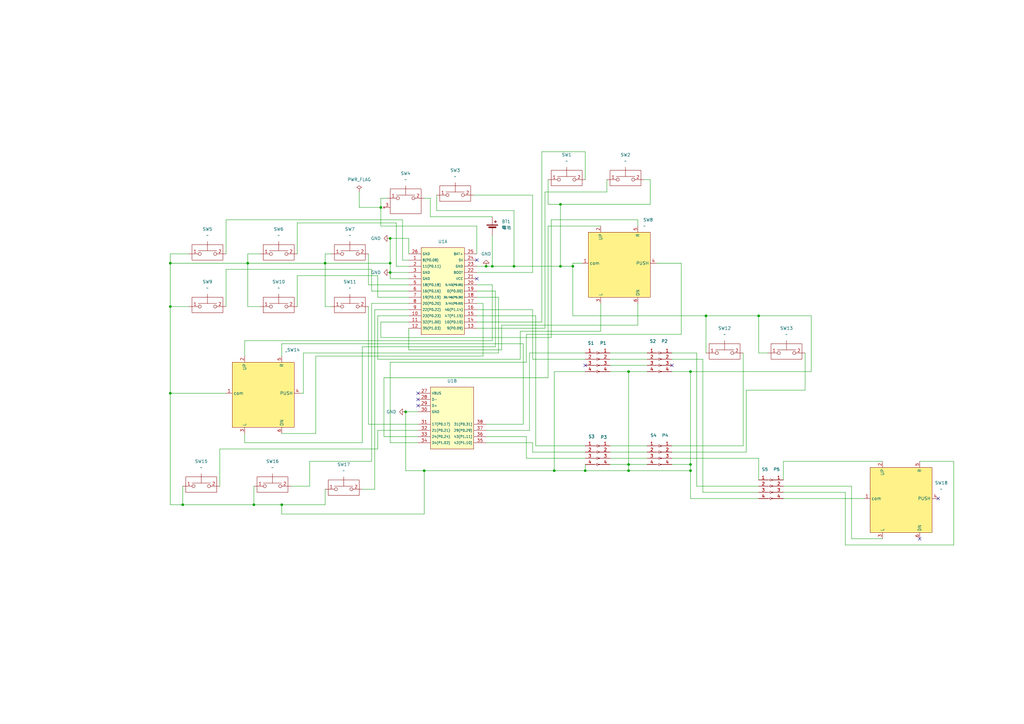
<source format=kicad_sch>
(kicad_sch
	(version 20250114)
	(generator "eeschema")
	(generator_version "9.0")
	(uuid "5c52121b-e98f-41df-802f-fcba2a907a57")
	(paper "A3")
	(title_block
		(title "PegHammer")
		(date "2025")
		(rev "1.2")
	)
	(lib_symbols
		(symbol "power:GND"
			(power)
			(pin_numbers
				(hide yes)
			)
			(pin_names
				(offset 0)
				(hide yes)
			)
			(exclude_from_sim no)
			(in_bom yes)
			(on_board yes)
			(property "Reference" "#PWR"
				(at 0 -6.35 0)
				(effects
					(font
						(size 1.27 1.27)
					)
					(hide yes)
				)
			)
			(property "Value" "GND"
				(at 0 -3.81 0)
				(effects
					(font
						(size 1.27 1.27)
					)
				)
			)
			(property "Footprint" ""
				(at 0 0 0)
				(effects
					(font
						(size 1.27 1.27)
					)
					(hide yes)
				)
			)
			(property "Datasheet" ""
				(at 0 0 0)
				(effects
					(font
						(size 1.27 1.27)
					)
					(hide yes)
				)
			)
			(property "Description" "Power symbol creates a global label with name \"GND\" , ground"
				(at 0 0 0)
				(effects
					(font
						(size 1.27 1.27)
					)
					(hide yes)
				)
			)
			(property "ki_keywords" "global power"
				(at 0 0 0)
				(effects
					(font
						(size 1.27 1.27)
					)
					(hide yes)
				)
			)
			(symbol "GND_0_1"
				(polyline
					(pts
						(xy 0 0) (xy 0 -1.27) (xy 1.27 -1.27) (xy 0 -2.54) (xy -1.27 -1.27) (xy 0 -1.27)
					)
					(stroke
						(width 0)
						(type default)
					)
					(fill
						(type none)
					)
				)
			)
			(symbol "GND_1_1"
				(pin power_in line
					(at 0 0 270)
					(length 0)
					(name "~"
						(effects
							(font
								(size 1.27 1.27)
							)
						)
					)
					(number "1"
						(effects
							(font
								(size 1.27 1.27)
							)
						)
					)
				)
			)
			(embedded_fonts no)
		)
		(symbol "power:PWR_FLAG"
			(power)
			(pin_numbers
				(hide yes)
			)
			(pin_names
				(offset 0)
				(hide yes)
			)
			(exclude_from_sim no)
			(in_bom yes)
			(on_board yes)
			(property "Reference" "#FLG"
				(at 0 1.905 0)
				(effects
					(font
						(size 1.27 1.27)
					)
					(hide yes)
				)
			)
			(property "Value" "PWR_FLAG"
				(at 0 3.81 0)
				(effects
					(font
						(size 1.27 1.27)
					)
				)
			)
			(property "Footprint" ""
				(at 0 0 0)
				(effects
					(font
						(size 1.27 1.27)
					)
					(hide yes)
				)
			)
			(property "Datasheet" "~"
				(at 0 0 0)
				(effects
					(font
						(size 1.27 1.27)
					)
					(hide yes)
				)
			)
			(property "Description" "Special symbol for telling ERC where power comes from"
				(at 0 0 0)
				(effects
					(font
						(size 1.27 1.27)
					)
					(hide yes)
				)
			)
			(property "ki_keywords" "flag power"
				(at 0 0 0)
				(effects
					(font
						(size 1.27 1.27)
					)
					(hide yes)
				)
			)
			(symbol "PWR_FLAG_0_0"
				(pin power_out line
					(at 0 0 90)
					(length 0)
					(name "~"
						(effects
							(font
								(size 1.27 1.27)
							)
						)
					)
					(number "1"
						(effects
							(font
								(size 1.27 1.27)
							)
						)
					)
				)
			)
			(symbol "PWR_FLAG_0_1"
				(polyline
					(pts
						(xy 0 0) (xy 0 1.27) (xy -1.016 1.905) (xy 0 2.54) (xy 1.016 1.905) (xy 0 1.27)
					)
					(stroke
						(width 0)
						(type default)
					)
					(fill
						(type none)
					)
				)
			)
			(embedded_fonts no)
		)
		(symbol "自作ライブラリ:BMP-Boost"
			(exclude_from_sim no)
			(in_bom yes)
			(on_board yes)
			(property "Reference" "U1"
				(at 0 2.54 0)
				(effects
					(font
						(size 1.27 1.27)
					)
				)
			)
			(property "Value" "~"
				(at 0 0 0)
				(effects
					(font
						(size 1.27 1.27)
					)
					(hide yes)
				)
			)
			(property "Footprint" "自作フットプリント:BMP-Boost-full"
				(at 0 0 0)
				(effects
					(font
						(size 1.27 1.27)
					)
					(hide yes)
				)
			)
			(property "Datasheet" ""
				(at 0 0 0)
				(effects
					(font
						(size 1.27 1.27)
					)
					(hide yes)
				)
			)
			(property "Description" ""
				(at 0 0 0)
				(effects
					(font
						(size 1.27 1.27)
					)
					(hide yes)
				)
			)
			(property "ki_locked" ""
				(at 0 0 0)
				(effects
					(font
						(size 1.27 1.27)
					)
				)
			)
			(symbol "BMP-Boost_1_1"
				(rectangle
					(start -8.89 0)
					(end 8.89 -35.56)
					(stroke
						(width 0)
						(type solid)
					)
					(fill
						(type background)
					)
				)
				(pin power_in line
					(at -13.97 -2.54 0)
					(length 5.08)
					(name "GND"
						(effects
							(font
								(size 0.9906 0.9906)
							)
						)
					)
					(number "26"
						(effects
							(font
								(size 1.27 1.27)
							)
						)
					)
				)
				(pin bidirectional line
					(at -13.97 -5.08 0)
					(length 5.08)
					(name "8(P0.08)"
						(effects
							(font
								(size 0.9906 0.9906)
							)
						)
					)
					(number "1"
						(effects
							(font
								(size 1.27 1.27)
							)
						)
					)
				)
				(pin bidirectional line
					(at -13.97 -7.62 0)
					(length 5.08)
					(name "11(P0.11)"
						(effects
							(font
								(size 0.9906 0.9906)
							)
						)
					)
					(number "2"
						(effects
							(font
								(size 1.27 1.27)
							)
						)
					)
				)
				(pin power_in line
					(at -13.97 -10.16 0)
					(length 5.08)
					(name "GND"
						(effects
							(font
								(size 0.9906 0.9906)
							)
						)
					)
					(number "3"
						(effects
							(font
								(size 1.27 1.27)
							)
						)
					)
				)
				(pin power_in line
					(at -13.97 -12.7 0)
					(length 5.08)
					(name "GND"
						(effects
							(font
								(size 0.9906 0.9906)
							)
						)
					)
					(number "4"
						(effects
							(font
								(size 1.27 1.27)
							)
						)
					)
				)
				(pin bidirectional line
					(at -13.97 -15.24 0)
					(length 5.08)
					(name "18(P0.18)"
						(effects
							(font
								(size 0.9906 0.9906)
							)
						)
					)
					(number "5"
						(effects
							(font
								(size 1.27 1.27)
							)
						)
					)
				)
				(pin bidirectional line
					(at -13.97 -17.78 0)
					(length 5.08)
					(name "16(P0.16)"
						(effects
							(font
								(size 0.9906 0.9906)
							)
						)
					)
					(number "6"
						(effects
							(font
								(size 1.27 1.27)
							)
						)
					)
				)
				(pin bidirectional line
					(at -13.97 -20.32 0)
					(length 5.08)
					(name "19(P0.19)"
						(effects
							(font
								(size 0.9906 0.9906)
							)
						)
					)
					(number "7"
						(effects
							(font
								(size 1.27 1.27)
							)
						)
					)
				)
				(pin bidirectional line
					(at -13.97 -22.86 0)
					(length 5.08)
					(name "20(P0.20)"
						(effects
							(font
								(size 0.9906 0.9906)
							)
						)
					)
					(number "8"
						(effects
							(font
								(size 1.27 1.27)
							)
						)
					)
				)
				(pin bidirectional line
					(at -13.97 -25.4 0)
					(length 5.08)
					(name "22(P0.22)"
						(effects
							(font
								(size 0.9906 0.9906)
							)
						)
					)
					(number "9"
						(effects
							(font
								(size 1.27 1.27)
							)
						)
					)
				)
				(pin bidirectional line
					(at -13.97 -27.94 0)
					(length 5.08)
					(name "23(P0.23)"
						(effects
							(font
								(size 0.9906 0.9906)
							)
						)
					)
					(number "10"
						(effects
							(font
								(size 1.27 1.27)
							)
						)
					)
				)
				(pin bidirectional line
					(at -13.97 -30.48 0)
					(length 5.08)
					(name "32(P1.00)"
						(effects
							(font
								(size 0.9906 0.9906)
							)
						)
					)
					(number "11"
						(effects
							(font
								(size 1.27 1.27)
							)
						)
					)
				)
				(pin bidirectional line
					(at -13.97 -33.02 0)
					(length 5.08)
					(name "35(P1.03)"
						(effects
							(font
								(size 0.9906 0.9906)
							)
						)
					)
					(number "12"
						(effects
							(font
								(size 1.27 1.27)
							)
						)
					)
				)
				(pin power_in line
					(at 13.97 -2.54 180)
					(length 5.08)
					(name "BAT+"
						(effects
							(font
								(size 0.9906 0.9906)
							)
						)
					)
					(number "25"
						(effects
							(font
								(size 1.27 1.27)
							)
						)
					)
				)
				(pin power_out line
					(at 13.97 -5.08 180)
					(length 5.08)
					(name "5V"
						(effects
							(font
								(size 0.9906 0.9906)
							)
						)
					)
					(number "24"
						(effects
							(font
								(size 1.27 1.27)
							)
						)
					)
				)
				(pin power_in line
					(at 13.97 -7.62 180)
					(length 5.08)
					(name "GND"
						(effects
							(font
								(size 0.9906 0.9906)
							)
						)
					)
					(number "23"
						(effects
							(font
								(size 1.27 1.27)
							)
						)
					)
				)
				(pin input line
					(at 13.97 -10.16 180)
					(length 5.08)
					(name "BOOT"
						(effects
							(font
								(size 0.9906 0.9906)
							)
						)
					)
					(number "22"
						(effects
							(font
								(size 1.27 1.27)
							)
						)
					)
				)
				(pin power_out line
					(at 13.97 -12.7 180)
					(length 5.08)
					(name "VCC"
						(effects
							(font
								(size 0.9906 0.9906)
							)
						)
					)
					(number "21"
						(effects
							(font
								(size 1.27 1.27)
							)
						)
					)
				)
				(pin bidirectional line
					(at 13.97 -15.24 180)
					(length 5.08)
					(name "5/A3(P0.05)"
						(effects
							(font
								(size 0.762 0.762)
							)
						)
					)
					(number "20"
						(effects
							(font
								(size 1.27 1.27)
							)
						)
					)
				)
				(pin bidirectional line
					(at 13.97 -17.78 180)
					(length 5.08)
					(name "0(P0.00)"
						(effects
							(font
								(size 0.9906 0.9906)
							)
						)
					)
					(number "19"
						(effects
							(font
								(size 1.27 1.27)
							)
						)
					)
				)
				(pin bidirectional line
					(at 13.97 -20.32 180)
					(length 5.08)
					(name "30/A6(P0.30)"
						(effects
							(font
								(size 0.762 0.762)
							)
						)
					)
					(number "18"
						(effects
							(font
								(size 1.27 1.27)
							)
						)
					)
				)
				(pin bidirectional line
					(at 13.97 -22.86 180)
					(length 5.08)
					(name "3/A1(P0.03)"
						(effects
							(font
								(size 0.762 0.762)
							)
						)
					)
					(number "17"
						(effects
							(font
								(size 1.27 1.27)
							)
						)
					)
				)
				(pin bidirectional line
					(at 13.97 -25.4 180)
					(length 5.08)
					(name "46(P1.14)"
						(effects
							(font
								(size 0.9906 0.9906)
							)
						)
					)
					(number "16"
						(effects
							(font
								(size 1.27 1.27)
							)
						)
					)
				)
				(pin bidirectional line
					(at 13.97 -27.94 180)
					(length 5.08)
					(name "47(P1.15)"
						(effects
							(font
								(size 0.9906 0.9906)
							)
						)
					)
					(number "15"
						(effects
							(font
								(size 1.27 1.27)
							)
						)
					)
				)
				(pin bidirectional line
					(at 13.97 -30.48 180)
					(length 5.08)
					(name "10(P0.10)"
						(effects
							(font
								(size 0.9906 0.9906)
							)
						)
					)
					(number "14"
						(effects
							(font
								(size 1.27 1.27)
							)
						)
					)
				)
				(pin bidirectional line
					(at 13.97 -33.02 180)
					(length 5.08)
					(name "9(P0.09)"
						(effects
							(font
								(size 0.9906 0.9906)
							)
						)
					)
					(number "13"
						(effects
							(font
								(size 1.27 1.27)
							)
						)
					)
				)
			)
			(symbol "BMP-Boost_2_1"
				(rectangle
					(start -8.89 0)
					(end 8.89 -25.4)
					(stroke
						(width 0)
						(type solid)
					)
					(fill
						(type background)
					)
				)
				(pin bidirectional line
					(at -13.97 -2.54 0)
					(length 5.08)
					(name "VBUS"
						(effects
							(font
								(size 0.9906 0.9906)
							)
						)
					)
					(number "27"
						(effects
							(font
								(size 1.27 1.27)
							)
						)
					)
				)
				(pin bidirectional line
					(at -13.97 -5.08 0)
					(length 5.08)
					(name "D-"
						(effects
							(font
								(size 0.9906 0.9906)
							)
						)
					)
					(number "28"
						(effects
							(font
								(size 1.27 1.27)
							)
						)
					)
				)
				(pin bidirectional line
					(at -13.97 -7.62 0)
					(length 5.08)
					(name "D+"
						(effects
							(font
								(size 0.9906 0.9906)
							)
						)
					)
					(number "29"
						(effects
							(font
								(size 1.27 1.27)
							)
						)
					)
				)
				(pin power_in line
					(at -13.97 -10.16 0)
					(length 5.08)
					(name "GND"
						(effects
							(font
								(size 0.9906 0.9906)
							)
						)
					)
					(number "30"
						(effects
							(font
								(size 1.27 1.27)
							)
						)
					)
				)
				(pin bidirectional line
					(at -13.97 -15.24 0)
					(length 5.08)
					(name "17(P0.17)"
						(effects
							(font
								(size 0.9906 0.9906)
							)
						)
					)
					(number "31"
						(effects
							(font
								(size 1.27 1.27)
							)
						)
					)
				)
				(pin bidirectional line
					(at -13.97 -17.78 0)
					(length 5.08)
					(name "21(P0.21)"
						(effects
							(font
								(size 0.9906 0.9906)
							)
						)
					)
					(number "32"
						(effects
							(font
								(size 1.27 1.27)
							)
						)
					)
				)
				(pin bidirectional line
					(at -13.97 -20.32 0)
					(length 5.08)
					(name "24(P0.24)"
						(effects
							(font
								(size 0.9906 0.9906)
							)
						)
					)
					(number "33"
						(effects
							(font
								(size 1.27 1.27)
							)
						)
					)
				)
				(pin bidirectional line
					(at -13.97 -22.86 0)
					(length 5.08)
					(name "34(P1.02)"
						(effects
							(font
								(size 0.9906 0.9906)
							)
						)
					)
					(number "34"
						(effects
							(font
								(size 1.27 1.27)
							)
						)
					)
				)
				(pin bidirectional line
					(at 13.97 -15.24 180)
					(length 5.08)
					(name "31(P0.31)"
						(effects
							(font
								(size 0.9906 0.9906)
							)
						)
					)
					(number "38"
						(effects
							(font
								(size 1.27 1.27)
							)
						)
					)
				)
				(pin bidirectional line
					(at 13.97 -17.78 180)
					(length 5.08)
					(name "29(P0.29)"
						(effects
							(font
								(size 0.9906 0.9906)
							)
						)
					)
					(number "37"
						(effects
							(font
								(size 1.27 1.27)
							)
						)
					)
				)
				(pin bidirectional line
					(at 13.97 -20.32 180)
					(length 5.08)
					(name "43(P1.11)"
						(effects
							(font
								(size 0.9906 0.9906)
							)
						)
					)
					(number "36"
						(effects
							(font
								(size 1.27 1.27)
							)
						)
					)
				)
				(pin bidirectional line
					(at 13.97 -22.86 180)
					(length 5.08)
					(name "42(P1.10)"
						(effects
							(font
								(size 0.9906 0.9906)
							)
						)
					)
					(number "35"
						(effects
							(font
								(size 1.27 1.27)
							)
						)
					)
				)
			)
			(embedded_fonts no)
		)
		(symbol "自作ライブラリ:EVQ-Q5"
			(exclude_from_sim no)
			(in_bom yes)
			(on_board yes)
			(property "Reference" "SW"
				(at -0.381 -0.127 0)
				(effects
					(font
						(size 1.27 1.27)
					)
				)
			)
			(property "Value" ""
				(at 0 0 0)
				(effects
					(font
						(size 1.27 1.27)
					)
				)
			)
			(property "Footprint" ""
				(at 0 0 0)
				(effects
					(font
						(size 1.27 1.27)
					)
					(hide yes)
				)
			)
			(property "Datasheet" ""
				(at 0 0 0)
				(effects
					(font
						(size 1.27 1.27)
					)
					(hide yes)
				)
			)
			(property "Description" ""
				(at 0 0 0)
				(effects
					(font
						(size 1.27 1.27)
					)
					(hide yes)
				)
			)
			(symbol "EVQ-Q5_0_1"
				(rectangle
					(start -12.7 12.7)
					(end 12.7 -13.97)
					(stroke
						(width 0)
						(type default)
					)
					(fill
						(type color)
						(color 255 242 136 1)
					)
				)
			)
			(symbol "EVQ-Q5_1_1"
				(pin passive line
					(at -15.24 0 0)
					(length 2.54)
					(name "com"
						(effects
							(font
								(size 1.27 1.27)
							)
						)
					)
					(number "1"
						(effects
							(font
								(size 1.27 1.27)
							)
						)
					)
				)
				(pin passive line
					(at -7.62 15.24 270)
					(length 2.54)
					(name "UP"
						(effects
							(font
								(size 1.27 1.27)
							)
						)
					)
					(number "2"
						(effects
							(font
								(size 1.27 1.27)
							)
						)
					)
				)
				(pin passive line
					(at -7.62 -16.51 90)
					(length 2.54)
					(name "L"
						(effects
							(font
								(size 1.27 1.27)
							)
						)
					)
					(number "3"
						(effects
							(font
								(size 1.27 1.27)
							)
						)
					)
				)
				(pin passive line
					(at 7.62 15.24 270)
					(length 2.54)
					(name "R"
						(effects
							(font
								(size 1.27 1.27)
							)
						)
					)
					(number "5"
						(effects
							(font
								(size 1.27 1.27)
							)
						)
					)
				)
				(pin passive line
					(at 7.62 -16.51 90)
					(length 2.54)
					(name "DN"
						(effects
							(font
								(size 1.27 1.27)
							)
						)
					)
					(number "6"
						(effects
							(font
								(size 1.27 1.27)
							)
						)
					)
				)
				(pin passive line
					(at 15.24 0 180)
					(length 2.54)
					(name "PUSH"
						(effects
							(font
								(size 1.27 1.27)
							)
						)
					)
					(number "4"
						(effects
							(font
								(size 1.27 1.27)
							)
						)
					)
				)
			)
			(embedded_fonts no)
		)
		(symbol "自作ライブラリ:push switch"
			(exclude_from_sim no)
			(in_bom yes)
			(on_board yes)
			(property "Reference" "SW"
				(at 0 6.35 0)
				(effects
					(font
						(size 1.27 1.27)
					)
				)
			)
			(property "Value" ""
				(at 0 0 0)
				(effects
					(font
						(size 1.27 1.27)
					)
				)
			)
			(property "Footprint" ""
				(at 0 0 0)
				(effects
					(font
						(size 1.27 1.27)
					)
					(hide yes)
				)
			)
			(property "Datasheet" ""
				(at 0 0 0)
				(effects
					(font
						(size 1.27 1.27)
					)
					(hide yes)
				)
			)
			(property "Description" ""
				(at 0 0 0)
				(effects
					(font
						(size 1.27 1.27)
					)
					(hide yes)
				)
			)
			(symbol "push switch_0_1"
				(rectangle
					(start -6.35 3.81)
					(end 6.35 -2.54)
					(stroke
						(width 0)
						(type default)
					)
					(fill
						(type none)
					)
				)
				(polyline
					(pts
						(xy -3.81 1.27) (xy 3.81 1.27)
					)
					(stroke
						(width 0)
						(type default)
					)
					(fill
						(type none)
					)
				)
				(polyline
					(pts
						(xy 0 1.27) (xy 0 5.08)
					)
					(stroke
						(width 0)
						(type default)
					)
					(fill
						(type none)
					)
				)
			)
			(symbol "push switch_1_1"
				(pin passive inverted
					(at -7.62 0 0)
					(length 5.08)
					(name ""
						(effects
							(font
								(size 1.27 1.27)
							)
						)
					)
					(number "1"
						(effects
							(font
								(size 1.27 1.27)
							)
						)
					)
				)
				(pin passive inverted
					(at 7.62 0 180)
					(length 5.08)
					(name ""
						(effects
							(font
								(size 1.27 1.27)
							)
						)
					)
					(number "2"
						(effects
							(font
								(size 1.27 1.27)
							)
						)
					)
				)
			)
			(embedded_fonts no)
		)
		(symbol "自作ライブラリ:push_lock_switch"
			(exclude_from_sim no)
			(in_bom yes)
			(on_board yes)
			(property "Reference" "SW"
				(at 0 6.35 0)
				(effects
					(font
						(size 1.27 1.27)
					)
				)
			)
			(property "Value" ""
				(at 0 0 0)
				(effects
					(font
						(size 1.27 1.27)
					)
				)
			)
			(property "Footprint" ""
				(at 0 0 0)
				(effects
					(font
						(size 1.27 1.27)
					)
					(hide yes)
				)
			)
			(property "Datasheet" ""
				(at 0 0 0)
				(effects
					(font
						(size 1.27 1.27)
					)
					(hide yes)
				)
			)
			(property "Description" ""
				(at 0 0 0)
				(effects
					(font
						(size 1.27 1.27)
					)
					(hide yes)
				)
			)
			(symbol "push_lock_switch_0_1"
				(rectangle
					(start -6.35 3.81)
					(end 6.35 -6.35)
					(stroke
						(width 0)
						(type default)
					)
					(fill
						(type none)
					)
				)
				(polyline
					(pts
						(xy -3.81 1.27) (xy 3.81 1.27)
					)
					(stroke
						(width 0)
						(type default)
					)
					(fill
						(type none)
					)
				)
				(polyline
					(pts
						(xy 0 1.27) (xy 0 5.08)
					)
					(stroke
						(width 0)
						(type default)
					)
					(fill
						(type none)
					)
				)
			)
			(symbol "push_lock_switch_1_1"
				(pin no_connect line
					(at -8.89 -3.81 0)
					(length 2.54)
					(name ""
						(effects
							(font
								(size 1.27 1.27)
							)
						)
					)
					(number "3"
						(effects
							(font
								(size 1.27 1.27)
							)
						)
					)
				)
				(pin passive inverted
					(at -7.62 0 0)
					(length 5.08)
					(name ""
						(effects
							(font
								(size 1.27 1.27)
							)
						)
					)
					(number "1"
						(effects
							(font
								(size 1.27 1.27)
							)
						)
					)
				)
				(pin passive inverted
					(at 7.62 0 180)
					(length 5.08)
					(name ""
						(effects
							(font
								(size 1.27 1.27)
							)
						)
					)
					(number "2"
						(effects
							(font
								(size 1.27 1.27)
							)
						)
					)
				)
			)
			(embedded_fonts no)
		)
		(symbol "自作ライブラリ:ピンヘッダ_01x04_オス"
			(pin_names
				(offset 1.016)
				(hide yes)
			)
			(exclude_from_sim no)
			(in_bom yes)
			(on_board yes)
			(property "Reference" "P"
				(at 0 5.08 0)
				(effects
					(font
						(size 1.27 1.27)
					)
				)
			)
			(property "Value" "ピンヘッダ_01x04_オス"
				(at 0 -7.62 0)
				(effects
					(font
						(size 1.27 1.27)
					)
				)
			)
			(property "Footprint" ""
				(at 0 0 0)
				(effects
					(font
						(size 1.27 1.27)
					)
					(hide yes)
				)
			)
			(property "Datasheet" "~"
				(at 0 0 0)
				(effects
					(font
						(size 1.27 1.27)
					)
					(hide yes)
				)
			)
			(property "Description" "Generic connector, single row, 01x04, script generated"
				(at 0 0 0)
				(effects
					(font
						(size 1.27 1.27)
					)
					(hide yes)
				)
			)
			(property "ki_locked" ""
				(at 0 0 0)
				(effects
					(font
						(size 1.27 1.27)
					)
				)
			)
			(property "ki_keywords" "connector"
				(at 0 0 0)
				(effects
					(font
						(size 1.27 1.27)
					)
					(hide yes)
				)
			)
			(property "ki_fp_filters" "Connector*:*_1x??_*"
				(at 0 0 0)
				(effects
					(font
						(size 1.27 1.27)
					)
					(hide yes)
				)
			)
			(symbol "ピンヘッダ_01x04_オス_1_1"
				(rectangle
					(start 0.8636 2.667)
					(end 0 2.413)
					(stroke
						(width 0.1524)
						(type default)
					)
					(fill
						(type outline)
					)
				)
				(rectangle
					(start 0.8636 0.127)
					(end 0 -0.127)
					(stroke
						(width 0.1524)
						(type default)
					)
					(fill
						(type outline)
					)
				)
				(rectangle
					(start 0.8636 -2.413)
					(end 0 -2.667)
					(stroke
						(width 0.1524)
						(type default)
					)
					(fill
						(type outline)
					)
				)
				(rectangle
					(start 0.8636 -4.953)
					(end 0 -5.207)
					(stroke
						(width 0.1524)
						(type default)
					)
					(fill
						(type outline)
					)
				)
				(polyline
					(pts
						(xy 1.27 2.54) (xy 0.8636 2.54)
					)
					(stroke
						(width 0.1524)
						(type default)
					)
					(fill
						(type none)
					)
				)
				(polyline
					(pts
						(xy 1.27 0) (xy 0.8636 0)
					)
					(stroke
						(width 0.1524)
						(type default)
					)
					(fill
						(type none)
					)
				)
				(polyline
					(pts
						(xy 1.27 -2.54) (xy 0.8636 -2.54)
					)
					(stroke
						(width 0.1524)
						(type default)
					)
					(fill
						(type none)
					)
				)
				(polyline
					(pts
						(xy 1.27 -5.08) (xy 0.8636 -5.08)
					)
					(stroke
						(width 0.1524)
						(type default)
					)
					(fill
						(type none)
					)
				)
				(pin passive line
					(at 5.08 2.54 180)
					(length 3.81)
					(name "Pin_1"
						(effects
							(font
								(size 1.27 1.27)
							)
						)
					)
					(number "1"
						(effects
							(font
								(size 1.27 1.27)
							)
						)
					)
				)
				(pin passive line
					(at 5.08 0 180)
					(length 3.81)
					(name "Pin_2"
						(effects
							(font
								(size 1.27 1.27)
							)
						)
					)
					(number "2"
						(effects
							(font
								(size 1.27 1.27)
							)
						)
					)
				)
				(pin passive line
					(at 5.08 -2.54 180)
					(length 3.81)
					(name "Pin_3"
						(effects
							(font
								(size 1.27 1.27)
							)
						)
					)
					(number "3"
						(effects
							(font
								(size 1.27 1.27)
							)
						)
					)
				)
				(pin passive line
					(at 5.08 -5.08 180)
					(length 3.81)
					(name "Pin_4"
						(effects
							(font
								(size 1.27 1.27)
							)
						)
					)
					(number "4"
						(effects
							(font
								(size 1.27 1.27)
							)
						)
					)
				)
			)
			(embedded_fonts no)
		)
		(symbol "自作ライブラリ:ピンヘッダ_01x04_メス"
			(pin_names
				(offset 1.016)
				(hide yes)
			)
			(exclude_from_sim no)
			(in_bom yes)
			(on_board yes)
			(property "Reference" "S"
				(at 0 5.08 0)
				(effects
					(font
						(size 1.27 1.27)
					)
				)
			)
			(property "Value" "ピンヘッダ_01x04_メス"
				(at 0 -7.62 0)
				(effects
					(font
						(size 1.27 1.27)
					)
				)
			)
			(property "Footprint" ""
				(at 0 0 0)
				(effects
					(font
						(size 1.27 1.27)
					)
					(hide yes)
				)
			)
			(property "Datasheet" "~"
				(at 0 0 0)
				(effects
					(font
						(size 1.27 1.27)
					)
					(hide yes)
				)
			)
			(property "Description" "Generic connector, single row, 01x04, script generated"
				(at 0 0 0)
				(effects
					(font
						(size 1.27 1.27)
					)
					(hide yes)
				)
			)
			(property "ki_locked" ""
				(at 0 0 0)
				(effects
					(font
						(size 1.27 1.27)
					)
				)
			)
			(property "ki_keywords" "connector"
				(at 0 0 0)
				(effects
					(font
						(size 1.27 1.27)
					)
					(hide yes)
				)
			)
			(property "ki_fp_filters" "Connector*:*_1x??_*"
				(at 0 0 0)
				(effects
					(font
						(size 1.27 1.27)
					)
					(hide yes)
				)
			)
			(symbol "ピンヘッダ_01x04_メス_1_1"
				(polyline
					(pts
						(xy -1.27 2.54) (xy -0.508 2.54)
					)
					(stroke
						(width 0.1524)
						(type default)
					)
					(fill
						(type none)
					)
				)
				(polyline
					(pts
						(xy -1.27 0) (xy -0.508 0)
					)
					(stroke
						(width 0.1524)
						(type default)
					)
					(fill
						(type none)
					)
				)
				(polyline
					(pts
						(xy -1.27 -2.54) (xy -0.508 -2.54)
					)
					(stroke
						(width 0.1524)
						(type default)
					)
					(fill
						(type none)
					)
				)
				(polyline
					(pts
						(xy -1.27 -5.08) (xy -0.508 -5.08)
					)
					(stroke
						(width 0.1524)
						(type default)
					)
					(fill
						(type none)
					)
				)
				(arc
					(start 0 2.032)
					(mid -0.5058 2.54)
					(end 0 3.048)
					(stroke
						(width 0.1524)
						(type default)
					)
					(fill
						(type none)
					)
				)
				(arc
					(start 0 -0.508)
					(mid -0.5058 0)
					(end 0 0.508)
					(stroke
						(width 0.1524)
						(type default)
					)
					(fill
						(type none)
					)
				)
				(arc
					(start 0 -3.048)
					(mid -0.5058 -2.54)
					(end 0 -2.032)
					(stroke
						(width 0.1524)
						(type default)
					)
					(fill
						(type none)
					)
				)
				(arc
					(start 0 -5.588)
					(mid -0.5058 -5.08)
					(end 0 -4.572)
					(stroke
						(width 0.1524)
						(type default)
					)
					(fill
						(type none)
					)
				)
				(pin passive line
					(at -5.08 2.54 0)
					(length 3.81)
					(name "Pin_1"
						(effects
							(font
								(size 1.27 1.27)
							)
						)
					)
					(number "1"
						(effects
							(font
								(size 1.27 1.27)
							)
						)
					)
				)
				(pin passive line
					(at -5.08 0 0)
					(length 3.81)
					(name "Pin_2"
						(effects
							(font
								(size 1.27 1.27)
							)
						)
					)
					(number "2"
						(effects
							(font
								(size 1.27 1.27)
							)
						)
					)
				)
				(pin passive line
					(at -5.08 -2.54 0)
					(length 3.81)
					(name "Pin_3"
						(effects
							(font
								(size 1.27 1.27)
							)
						)
					)
					(number "3"
						(effects
							(font
								(size 1.27 1.27)
							)
						)
					)
				)
				(pin passive line
					(at -5.08 -5.08 0)
					(length 3.81)
					(name "Pin_4"
						(effects
							(font
								(size 1.27 1.27)
							)
						)
					)
					(number "4"
						(effects
							(font
								(size 1.27 1.27)
							)
						)
					)
				)
			)
			(embedded_fonts no)
		)
		(symbol "自作ライブラリ:電池"
			(pin_numbers
				(hide yes)
			)
			(pin_names
				(offset 0)
				(hide yes)
			)
			(exclude_from_sim no)
			(in_bom yes)
			(on_board yes)
			(property "Reference" "BT"
				(at 2.54 2.54 0)
				(effects
					(font
						(size 1.27 1.27)
					)
					(justify left)
				)
			)
			(property "Value" "電池"
				(at 2.54 0 0)
				(effects
					(font
						(size 1.27 1.27)
					)
					(justify left)
				)
			)
			(property "Footprint" ""
				(at 0 1.524 90)
				(effects
					(font
						(size 1.27 1.27)
					)
					(hide yes)
				)
			)
			(property "Datasheet" "~"
				(at 0 1.524 90)
				(effects
					(font
						(size 1.27 1.27)
					)
					(hide yes)
				)
			)
			(property "Description" "Single-cell battery"
				(at 0 0 0)
				(effects
					(font
						(size 1.27 1.27)
					)
					(hide yes)
				)
			)
			(property "ki_keywords" "battery cell"
				(at 0 0 0)
				(effects
					(font
						(size 1.27 1.27)
					)
					(hide yes)
				)
			)
			(symbol "電池_0_1"
				(rectangle
					(start -2.286 1.778)
					(end 2.286 1.524)
					(stroke
						(width 0)
						(type default)
					)
					(fill
						(type outline)
					)
				)
				(rectangle
					(start -1.524 1.016)
					(end 1.524 0.508)
					(stroke
						(width 0)
						(type default)
					)
					(fill
						(type outline)
					)
				)
				(polyline
					(pts
						(xy 0 1.778) (xy 0 2.54)
					)
					(stroke
						(width 0)
						(type default)
					)
					(fill
						(type none)
					)
				)
				(polyline
					(pts
						(xy 0 0.762) (xy 0 0)
					)
					(stroke
						(width 0)
						(type default)
					)
					(fill
						(type none)
					)
				)
				(polyline
					(pts
						(xy 0.762 3.048) (xy 1.778 3.048)
					)
					(stroke
						(width 0.254)
						(type default)
					)
					(fill
						(type none)
					)
				)
				(polyline
					(pts
						(xy 1.27 3.556) (xy 1.27 2.54)
					)
					(stroke
						(width 0.254)
						(type default)
					)
					(fill
						(type none)
					)
				)
			)
			(symbol "電池_1_1"
				(pin power_out line
					(at 0 5.08 270)
					(length 2.54)
					(name "+"
						(effects
							(font
								(size 1.27 1.27)
							)
						)
					)
					(number "1"
						(effects
							(font
								(size 1.27 1.27)
							)
						)
					)
				)
				(pin power_out line
					(at 0 -2.54 90)
					(length 2.54)
					(name "-"
						(effects
							(font
								(size 1.27 1.27)
							)
						)
					)
					(number "2"
						(effects
							(font
								(size 1.27 1.27)
							)
						)
					)
				)
			)
			(embedded_fonts no)
		)
	)
	(junction
		(at 115.57 207.01)
		(diameter 0)
		(color 0 0 0 0)
		(uuid "15aa5e36-ebee-4197-9f2a-391b7ab4ab33")
	)
	(junction
		(at 156.21 85.09)
		(diameter 0)
		(color 0 0 0 0)
		(uuid "183b5c7d-3c97-4554-8365-130408589513")
	)
	(junction
		(at 283.21 152.4)
		(diameter 0)
		(color 0 0 0 0)
		(uuid "3b6b49c4-13b8-4b70-af6d-06dc1b7c8722")
	)
	(junction
		(at 257.81 152.4)
		(diameter 0)
		(color 0 0 0 0)
		(uuid "3bef4a5f-e7a9-4c05-a723-1735fd6c92d8")
	)
	(junction
		(at 240.03 193.04)
		(diameter 0)
		(color 0 0 0 0)
		(uuid "3c21142a-3d86-4637-8fed-3346f6b55895")
	)
	(junction
		(at 166.37 168.91)
		(diameter 0)
		(color 0 0 0 0)
		(uuid "407d28e8-ce57-45df-bb2b-3b3878c8c6b7")
	)
	(junction
		(at 173.99 193.04)
		(diameter 0)
		(color 0 0 0 0)
		(uuid "41f07b15-6c9c-4892-9f5d-22d252e1040a")
	)
	(junction
		(at 311.15 129.54)
		(diameter 0)
		(color 0 0 0 0)
		(uuid "5e6fd71a-88a1-4ed2-b2f2-611ac62be90f")
	)
	(junction
		(at 283.21 193.04)
		(diameter 0)
		(color 0 0 0 0)
		(uuid "7015dcf1-5254-44dd-bd53-15d2e0951140")
	)
	(junction
		(at 227.33 193.04)
		(diameter 0)
		(color 0 0 0 0)
		(uuid "72e0d58d-93e6-4c36-b3cf-4b9e68ae979a")
	)
	(junction
		(at 229.87 109.22)
		(diameter 0)
		(color 0 0 0 0)
		(uuid "987abca9-3aa0-4149-b560-334226bc15d0")
	)
	(junction
		(at 101.6 107.95)
		(diameter 0)
		(color 0 0 0 0)
		(uuid "9bf04e91-057b-48ec-b4a2-a05935790845")
	)
	(junction
		(at 69.85 107.95)
		(diameter 0)
		(color 0 0 0 0)
		(uuid "a4fbbbeb-21ae-4f14-be15-631bb6bdea88")
	)
	(junction
		(at 160.02 97.79)
		(diameter 0)
		(color 0 0 0 0)
		(uuid "abbe1520-0dd1-4c2c-aef6-497478aa36c0")
	)
	(junction
		(at 289.56 129.54)
		(diameter 0)
		(color 0 0 0 0)
		(uuid "b501ef2c-eb0a-422e-8694-c49f3eae9e4a")
	)
	(junction
		(at 133.35 107.95)
		(diameter 0)
		(color 0 0 0 0)
		(uuid "b5e1cd4a-2f32-48fd-89ae-93a055e18cae")
	)
	(junction
		(at 201.93 109.22)
		(diameter 0)
		(color 0 0 0 0)
		(uuid "b62b27a9-ffb2-4a5f-9e69-0623f126cb46")
	)
	(junction
		(at 229.87 83.82)
		(diameter 0)
		(color 0 0 0 0)
		(uuid "b90b2964-e52a-4581-88c8-276bccfeacbe")
	)
	(junction
		(at 234.95 109.22)
		(diameter 0)
		(color 0 0 0 0)
		(uuid "c005c5c6-ea58-4c6a-94a4-856372e8e976")
	)
	(junction
		(at 104.14 207.01)
		(diameter 0)
		(color 0 0 0 0)
		(uuid "c47a874b-0535-4f53-81a7-13ebd5cc1eab")
	)
	(junction
		(at 160.02 111.76)
		(diameter 0)
		(color 0 0 0 0)
		(uuid "ced4f387-d0f7-435e-ad7b-ffc468a72c66")
	)
	(junction
		(at 199.39 109.22)
		(diameter 0)
		(color 0 0 0 0)
		(uuid "d6b25348-6315-4495-b841-93ac8482dff8")
	)
	(junction
		(at 69.85 161.29)
		(diameter 0)
		(color 0 0 0 0)
		(uuid "d76ee716-aa86-4040-9872-b92e50c58738")
	)
	(junction
		(at 257.81 193.04)
		(diameter 0)
		(color 0 0 0 0)
		(uuid "e34baf6b-b12a-4834-9b85-eeded1e265b5")
	)
	(junction
		(at 69.85 125.73)
		(diameter 0)
		(color 0 0 0 0)
		(uuid "e54e5556-b8fc-4b76-b3e3-04e7dea6d01c")
	)
	(junction
		(at 160.02 107.95)
		(diameter 0)
		(color 0 0 0 0)
		(uuid "e68aa427-5387-4258-b886-5dc449025366")
	)
	(junction
		(at 283.21 190.5)
		(diameter 0)
		(color 0 0 0 0)
		(uuid "ed372e8b-690f-4aa3-951d-891a182dac0c")
	)
	(junction
		(at 257.81 190.5)
		(diameter 0)
		(color 0 0 0 0)
		(uuid "ed67cab8-2812-4fe8-a2aa-bcfd19afa338")
	)
	(junction
		(at 74.93 207.01)
		(diameter 0)
		(color 0 0 0 0)
		(uuid "f25805b2-bc9e-4f54-a03b-911ab09339d9")
	)
	(junction
		(at 210.82 109.22)
		(diameter 0)
		(color 0 0 0 0)
		(uuid "f40bc3f3-86c2-4f56-9738-6aa068750f4b")
	)
	(no_connect
		(at 195.58 114.3)
		(uuid "1d250b51-87fa-43c8-9f12-616c6e9e90e0")
	)
	(no_connect
		(at 171.45 166.37)
		(uuid "5404111d-ba0e-4288-aa39-7d73861e1227")
	)
	(no_connect
		(at 195.58 106.68)
		(uuid "72f3683b-69f1-4590-a2d4-74a68b758c7a")
	)
	(no_connect
		(at 377.19 220.98)
		(uuid "800dfb22-0bca-4209-b2bc-3fb9e4279fea")
	)
	(no_connect
		(at 171.45 161.29)
		(uuid "9e30fe81-5144-4665-9937-df37f3170b6f")
	)
	(no_connect
		(at 384.81 204.47)
		(uuid "a22c6bfa-68b8-480b-b2c9-26b3db39f7c6")
	)
	(no_connect
		(at 171.45 163.83)
		(uuid "a8536d52-2576-49cb-bd21-28dd7e7e5fb6")
	)
	(no_connect
		(at 275.59 149.86)
		(uuid "b1844bbd-bc55-4849-885a-2cd53c8c821b")
	)
	(no_connect
		(at 240.03 149.86)
		(uuid "f5bbd151-2e8c-4689-99e1-ec00e22c8c49")
	)
	(wire
		(pts
			(xy 215.9 187.96) (xy 240.03 187.96)
		)
		(stroke
			(width 0)
			(type default)
		)
		(uuid "0086c7c7-fbd8-4f03-97dc-f180b4e8e9aa")
	)
	(wire
		(pts
			(xy 289.56 129.54) (xy 311.15 129.54)
		)
		(stroke
			(width 0)
			(type default)
		)
		(uuid "0100dc2c-abc5-43c4-b415-cce84e4bea2b")
	)
	(wire
		(pts
			(xy 106.68 104.14) (xy 101.6 104.14)
		)
		(stroke
			(width 0)
			(type default)
		)
		(uuid "01e54d3e-dbb3-4918-9373-e13d20cc76cb")
	)
	(wire
		(pts
			(xy 214.63 173.99) (xy 199.39 173.99)
		)
		(stroke
			(width 0)
			(type default)
		)
		(uuid "039dee40-4ecf-490c-a479-d86dc9bb6df2")
	)
	(wire
		(pts
			(xy 266.7 73.66) (xy 266.7 83.82)
		)
		(stroke
			(width 0)
			(type default)
		)
		(uuid "042584fc-0ae9-46c7-8dd9-3d14585db298")
	)
	(wire
		(pts
			(xy 115.57 140.97) (xy 214.63 140.97)
		)
		(stroke
			(width 0)
			(type default)
		)
		(uuid "08cbe712-1872-4cee-8a80-57124a29cb2e")
	)
	(wire
		(pts
			(xy 129.54 146.05) (xy 198.12 146.05)
		)
		(stroke
			(width 0)
			(type default)
		)
		(uuid "0b851396-be23-4fa8-b6cf-9c90777204b1")
	)
	(wire
		(pts
			(xy 321.31 199.39) (xy 349.25 199.39)
		)
		(stroke
			(width 0)
			(type default)
		)
		(uuid "0bfeb6ab-4a14-4311-b107-8bfe707a6e77")
	)
	(wire
		(pts
			(xy 304.8 144.78) (xy 304.8 182.88)
		)
		(stroke
			(width 0)
			(type default)
		)
		(uuid "0c9f2a26-2b06-4acc-8bf4-7594c6314b5c")
	)
	(wire
		(pts
			(xy 219.71 182.88) (xy 219.71 129.54)
		)
		(stroke
			(width 0)
			(type default)
		)
		(uuid "0d260b42-18c1-4ed5-b83d-58d3c7299002")
	)
	(wire
		(pts
			(xy 218.44 185.42) (xy 218.44 181.61)
		)
		(stroke
			(width 0)
			(type default)
		)
		(uuid "0e2628c3-133b-4dfc-a386-522863ecf647")
	)
	(wire
		(pts
			(xy 101.6 125.73) (xy 106.68 125.73)
		)
		(stroke
			(width 0)
			(type default)
		)
		(uuid "0f24ba14-298a-4227-b1c5-0b1a330f4617")
	)
	(wire
		(pts
			(xy 257.81 190.5) (xy 257.81 193.04)
		)
		(stroke
			(width 0)
			(type default)
		)
		(uuid "0f70a957-96d3-4955-9314-7d0d65797e18")
	)
	(wire
		(pts
			(xy 162.56 109.22) (xy 162.56 91.44)
		)
		(stroke
			(width 0)
			(type default)
		)
		(uuid "0f93b3a3-f11c-45fb-ad30-22b087983665")
	)
	(wire
		(pts
			(xy 160.02 114.3) (xy 160.02 111.76)
		)
		(stroke
			(width 0)
			(type default)
		)
		(uuid "12440ff7-d281-4006-9495-d6a7b5a4d3fd")
	)
	(wire
		(pts
			(xy 250.19 182.88) (xy 265.43 182.88)
		)
		(stroke
			(width 0)
			(type default)
		)
		(uuid "12715718-3d9f-403f-abf5-fdd8b68f7059")
	)
	(wire
		(pts
			(xy 167.64 109.22) (xy 162.56 109.22)
		)
		(stroke
			(width 0)
			(type default)
		)
		(uuid "128b0916-8686-40d9-833c-ec241b2c02f5")
	)
	(wire
		(pts
			(xy 261.62 133.35) (xy 205.74 133.35)
		)
		(stroke
			(width 0)
			(type default)
		)
		(uuid "128e885e-a566-4292-b076-07455ed32551")
	)
	(wire
		(pts
			(xy 346.71 201.93) (xy 346.71 223.52)
		)
		(stroke
			(width 0)
			(type default)
		)
		(uuid "1350787e-1d0d-4fc6-9a05-feca92df3d5e")
	)
	(wire
		(pts
			(xy 224.79 73.66) (xy 224.79 83.82)
		)
		(stroke
			(width 0)
			(type default)
		)
		(uuid "13833c7d-e719-40af-b132-8dbce75ae882")
	)
	(wire
		(pts
			(xy 195.58 134.62) (xy 223.52 134.62)
		)
		(stroke
			(width 0)
			(type default)
		)
		(uuid "13b618d9-aadc-453f-ac2a-be577ba9b89d")
	)
	(wire
		(pts
			(xy 154.94 147.32) (xy 213.36 147.32)
		)
		(stroke
			(width 0)
			(type default)
		)
		(uuid "151937db-a94d-4a2a-8684-c7fdcc305c72")
	)
	(wire
		(pts
			(xy 69.85 161.29) (xy 92.71 161.29)
		)
		(stroke
			(width 0)
			(type default)
		)
		(uuid "1627abc5-507a-4e7a-866b-a5123bd30610")
	)
	(wire
		(pts
			(xy 240.03 152.4) (xy 227.33 152.4)
		)
		(stroke
			(width 0)
			(type default)
		)
		(uuid "198bc71d-2796-48bd-bab1-50d71a2e7854")
	)
	(wire
		(pts
			(xy 240.03 193.04) (xy 257.81 193.04)
		)
		(stroke
			(width 0)
			(type default)
		)
		(uuid "1a92a5d7-9b48-4789-afe0-e9f8e4b42d39")
	)
	(wire
		(pts
			(xy 240.03 190.5) (xy 240.03 193.04)
		)
		(stroke
			(width 0)
			(type default)
		)
		(uuid "1ac8ad17-4fb6-40d6-a3bb-afb8c1611e2f")
	)
	(wire
		(pts
			(xy 240.03 62.23) (xy 240.03 73.66)
		)
		(stroke
			(width 0)
			(type default)
		)
		(uuid "1b0f3c86-8072-47a7-8234-fbf307bf8358")
	)
	(wire
		(pts
			(xy 69.85 125.73) (xy 69.85 107.95)
		)
		(stroke
			(width 0)
			(type default)
		)
		(uuid "1c481843-b9ce-4dca-9ae0-cb67f912e4ae")
	)
	(wire
		(pts
			(xy 165.1 90.17) (xy 165.1 106.68)
		)
		(stroke
			(width 0)
			(type default)
		)
		(uuid "1cb9df25-0fd6-4936-b4c1-066911660a2e")
	)
	(wire
		(pts
			(xy 154.94 176.53) (xy 154.94 184.15)
		)
		(stroke
			(width 0)
			(type default)
		)
		(uuid "1fd40432-23b6-4ff5-9c5e-fe5ebb647aa4")
	)
	(wire
		(pts
			(xy 156.21 85.09) (xy 156.21 81.28)
		)
		(stroke
			(width 0)
			(type default)
		)
		(uuid "201c6c90-6f1d-4413-9460-8c06c295bb6e")
	)
	(wire
		(pts
			(xy 133.35 200.66) (xy 133.35 207.01)
		)
		(stroke
			(width 0)
			(type default)
		)
		(uuid "20a3519f-f572-4a19-870d-f8e542756f74")
	)
	(wire
		(pts
			(xy 152.4 110.49) (xy 152.4 119.38)
		)
		(stroke
			(width 0)
			(type default)
		)
		(uuid "2124d23d-80bd-42ed-a35b-5659dc1129ab")
	)
	(wire
		(pts
			(xy 226.06 90.17) (xy 261.62 90.17)
		)
		(stroke
			(width 0)
			(type default)
		)
		(uuid "22d9e3d7-6072-4d24-8b18-76a942f35805")
	)
	(wire
		(pts
			(xy 215.9 137.16) (xy 279.4 137.16)
		)
		(stroke
			(width 0)
			(type default)
		)
		(uuid "23ed98d6-143a-47ab-b04f-c095babff17f")
	)
	(wire
		(pts
			(xy 101.6 104.14) (xy 101.6 107.95)
		)
		(stroke
			(width 0)
			(type default)
		)
		(uuid "24f44ca4-1712-463f-a3fb-73188c3b9f5a")
	)
	(wire
		(pts
			(xy 156.21 81.28) (xy 158.75 81.28)
		)
		(stroke
			(width 0)
			(type default)
		)
		(uuid "25fe50c4-5aeb-491d-9012-72257185c662")
	)
	(wire
		(pts
			(xy 74.93 199.39) (xy 74.93 207.01)
		)
		(stroke
			(width 0)
			(type default)
		)
		(uuid "29522a34-eeac-406b-b915-1d1c4f7b168e")
	)
	(wire
		(pts
			(xy 229.87 83.82) (xy 229.87 109.22)
		)
		(stroke
			(width 0)
			(type default)
		)
		(uuid "2a552eb7-f823-4352-9de0-ec093f7dc01f")
	)
	(wire
		(pts
			(xy 166.37 168.91) (xy 166.37 193.04)
		)
		(stroke
			(width 0)
			(type default)
		)
		(uuid "2ace6f53-5df3-450e-9cb5-a78cb8a912a5")
	)
	(wire
		(pts
			(xy 154.94 129.54) (xy 154.94 147.32)
		)
		(stroke
			(width 0)
			(type default)
		)
		(uuid "2b0e1a32-fbf7-4f86-9a57-e8bd66ce312d")
	)
	(wire
		(pts
			(xy 222.25 62.23) (xy 222.25 132.08)
		)
		(stroke
			(width 0)
			(type default)
		)
		(uuid "2bac74db-607e-4be3-bb61-afa338a2eb54")
	)
	(wire
		(pts
			(xy 148.59 181.61) (xy 148.59 142.24)
		)
		(stroke
			(width 0)
			(type default)
		)
		(uuid "2c6d6593-c3d7-4a5d-994f-f95355c67e8c")
	)
	(wire
		(pts
			(xy 92.71 110.49) (xy 152.4 110.49)
		)
		(stroke
			(width 0)
			(type default)
		)
		(uuid "2cb013df-6774-4840-86d2-89323fda12c7")
	)
	(wire
		(pts
			(xy 257.81 190.5) (xy 265.43 190.5)
		)
		(stroke
			(width 0)
			(type default)
		)
		(uuid "2d5594c5-e1fd-439d-9bca-b66360e10350")
	)
	(wire
		(pts
			(xy 194.31 80.01) (xy 218.44 80.01)
		)
		(stroke
			(width 0)
			(type default)
		)
		(uuid "2dac6371-0588-4113-afe8-1a38b7fa384a")
	)
	(wire
		(pts
			(xy 171.45 173.99) (xy 151.13 173.99)
		)
		(stroke
			(width 0)
			(type default)
		)
		(uuid "2ee9c7cf-7c38-40c2-bfa7-29383449d439")
	)
	(wire
		(pts
			(xy 275.59 147.32) (xy 288.29 147.32)
		)
		(stroke
			(width 0)
			(type default)
		)
		(uuid "30ad5172-f8d2-46a1-b994-cf9623a55256")
	)
	(wire
		(pts
			(xy 121.92 104.14) (xy 121.92 91.44)
		)
		(stroke
			(width 0)
			(type default)
		)
		(uuid "31460b35-1f72-4af1-9d64-a1988f709535")
	)
	(wire
		(pts
			(xy 179.07 80.01) (xy 179.07 86.36)
		)
		(stroke
			(width 0)
			(type default)
		)
		(uuid "327eec85-a79e-47c2-9889-d4eba44343d7")
	)
	(wire
		(pts
			(xy 133.35 107.95) (xy 160.02 107.95)
		)
		(stroke
			(width 0)
			(type default)
		)
		(uuid "33f9a9aa-ef4c-4998-b530-f98c767a3286")
	)
	(wire
		(pts
			(xy 257.81 193.04) (xy 283.21 193.04)
		)
		(stroke
			(width 0)
			(type default)
		)
		(uuid "35b608a2-4261-4e6e-a81a-4664e93dfe07")
	)
	(wire
		(pts
			(xy 261.62 124.46) (xy 261.62 133.35)
		)
		(stroke
			(width 0)
			(type default)
		)
		(uuid "36a6b653-c213-4bcb-80d4-f87d6ae46682")
	)
	(wire
		(pts
			(xy 264.16 73.66) (xy 266.7 73.66)
		)
		(stroke
			(width 0)
			(type default)
		)
		(uuid "3a13d8c7-c3e2-402c-86be-77c4fac8f485")
	)
	(wire
		(pts
			(xy 204.47 144.78) (xy 124.46 144.78)
		)
		(stroke
			(width 0)
			(type default)
		)
		(uuid "3d37f2bf-cb0d-4c42-b06a-d5d98fa77d5b")
	)
	(wire
		(pts
			(xy 311.15 187.96) (xy 275.59 187.96)
		)
		(stroke
			(width 0)
			(type default)
		)
		(uuid "3d444bf2-7a3f-432a-85d0-f4b5fcbd68ab")
	)
	(wire
		(pts
			(xy 248.92 78.74) (xy 223.52 78.74)
		)
		(stroke
			(width 0)
			(type default)
		)
		(uuid "40b4feec-5386-4011-915d-85e2e9aaea45")
	)
	(wire
		(pts
			(xy 227.33 152.4) (xy 227.33 193.04)
		)
		(stroke
			(width 0)
			(type default)
		)
		(uuid "40ffbae5-36ed-43e8-bac2-06ca5db5e64a")
	)
	(wire
		(pts
			(xy 156.21 132.08) (xy 156.21 138.43)
		)
		(stroke
			(width 0)
			(type default)
		)
		(uuid "41893c4b-d637-45ce-bb40-ce15ec82263f")
	)
	(wire
		(pts
			(xy 285.75 199.39) (xy 311.15 199.39)
		)
		(stroke
			(width 0)
			(type default)
		)
		(uuid "473461a7-8ba7-44fb-a86b-197c31289ee0")
	)
	(wire
		(pts
			(xy 218.44 80.01) (xy 218.44 111.76)
		)
		(stroke
			(width 0)
			(type default)
		)
		(uuid "48712243-d1dd-4fa4-bed3-a759883c5583")
	)
	(wire
		(pts
			(xy 124.46 161.29) (xy 123.19 161.29)
		)
		(stroke
			(width 0)
			(type default)
		)
		(uuid "49269743-3312-4032-8276-73352fab7eef")
	)
	(wire
		(pts
			(xy 275.59 185.42) (xy 306.07 185.42)
		)
		(stroke
			(width 0)
			(type default)
		)
		(uuid "4945708a-fd94-4716-b448-22977235f521")
	)
	(wire
		(pts
			(xy 250.19 185.42) (xy 265.43 185.42)
		)
		(stroke
			(width 0)
			(type default)
		)
		(uuid "49902696-7b1a-4cf1-85e6-f469d053f8b7")
	)
	(wire
		(pts
			(xy 222.25 62.23) (xy 240.03 62.23)
		)
		(stroke
			(width 0)
			(type default)
		)
		(uuid "4ab43089-fb9a-4c0a-b834-c1f18bc825bb")
	)
	(wire
		(pts
			(xy 127 189.23) (xy 127 199.39)
		)
		(stroke
			(width 0)
			(type default)
		)
		(uuid "4de750be-b4f2-4f30-a8ce-7384fa97542a")
	)
	(wire
		(pts
			(xy 160.02 148.59) (xy 215.9 148.59)
		)
		(stroke
			(width 0)
			(type default)
		)
		(uuid "4e877990-797b-4bd4-9b69-3bf506a3e1ff")
	)
	(wire
		(pts
			(xy 321.31 189.23) (xy 321.31 196.85)
		)
		(stroke
			(width 0)
			(type default)
		)
		(uuid "4f861ccf-6079-4538-b01b-52cc296ff236")
	)
	(wire
		(pts
			(xy 119.38 199.39) (xy 127 199.39)
		)
		(stroke
			(width 0)
			(type default)
		)
		(uuid "5027dea0-1b86-42d7-8b4a-c714473809f5")
	)
	(wire
		(pts
			(xy 306.07 160.02) (xy 330.2 160.02)
		)
		(stroke
			(width 0)
			(type default)
		)
		(uuid "50ca0b4e-ea71-4410-a089-4905fb8ddf1e")
	)
	(wire
		(pts
			(xy 215.9 179.07) (xy 215.9 187.96)
		)
		(stroke
			(width 0)
			(type default)
		)
		(uuid "516fd983-914c-45f4-9d70-16c23b23f4bc")
	)
	(wire
		(pts
			(xy 240.03 182.88) (xy 219.71 182.88)
		)
		(stroke
			(width 0)
			(type default)
		)
		(uuid "51c28b2f-84a4-4145-b421-324eeda9b939")
	)
	(wire
		(pts
			(xy 283.21 152.4) (xy 332.74 152.4)
		)
		(stroke
			(width 0)
			(type default)
		)
		(uuid "522c30f5-3001-4d48-87ba-0b432f93cf27")
	)
	(wire
		(pts
			(xy 171.45 181.61) (xy 160.02 181.61)
		)
		(stroke
			(width 0)
			(type default)
		)
		(uuid "53a7ab09-b481-4740-942f-7d7a572bfd38")
	)
	(wire
		(pts
			(xy 304.8 182.88) (xy 275.59 182.88)
		)
		(stroke
			(width 0)
			(type default)
		)
		(uuid "54641997-91c1-4bf2-8652-6cb16cdc8392")
	)
	(wire
		(pts
			(xy 275.59 152.4) (xy 283.21 152.4)
		)
		(stroke
			(width 0)
			(type default)
		)
		(uuid "55d03880-8f02-4d1b-9601-94145b8a8a74")
	)
	(wire
		(pts
			(xy 147.32 85.09) (xy 147.32 78.74)
		)
		(stroke
			(width 0)
			(type default)
		)
		(uuid "56a79c39-6171-4acb-a685-1e5041b07e27")
	)
	(wire
		(pts
			(xy 156.21 138.43) (xy 226.06 138.43)
		)
		(stroke
			(width 0)
			(type default)
		)
		(uuid "56eb7d8d-a8f4-4f94-99bd-e246fa456682")
	)
	(wire
		(pts
			(xy 199.39 179.07) (xy 215.9 179.07)
		)
		(stroke
			(width 0)
			(type default)
		)
		(uuid "57168dfb-3926-4d18-85a6-9d1ae3678abd")
	)
	(wire
		(pts
			(xy 171.45 168.91) (xy 166.37 168.91)
		)
		(stroke
			(width 0)
			(type default)
		)
		(uuid "573660fe-23e9-45a4-9129-b6b7bcf6a265")
	)
	(wire
		(pts
			(xy 100.33 181.61) (xy 148.59 181.61)
		)
		(stroke
			(width 0)
			(type default)
		)
		(uuid "597127b1-aff9-49f1-818c-3378568ea4c3")
	)
	(wire
		(pts
			(xy 238.76 107.95) (xy 234.95 107.95)
		)
		(stroke
			(width 0)
			(type default)
		)
		(uuid "59e6e2b7-c6d2-4630-b305-5269eca09106")
	)
	(wire
		(pts
			(xy 311.15 129.54) (xy 332.74 129.54)
		)
		(stroke
			(width 0)
			(type default)
		)
		(uuid "5afdf359-8a01-4226-bdf3-4521609d8922")
	)
	(wire
		(pts
			(xy 133.35 125.73) (xy 133.35 107.95)
		)
		(stroke
			(width 0)
			(type default)
		)
		(uuid "5b4c2aa8-e351-4a64-bcc4-f6b6c920886b")
	)
	(wire
		(pts
			(xy 234.95 129.54) (xy 289.56 129.54)
		)
		(stroke
			(width 0)
			(type default)
		)
		(uuid "5bf4e19b-05e8-4c44-8fe4-aed2940e6881")
	)
	(wire
		(pts
			(xy 173.99 81.28) (xy 176.53 81.28)
		)
		(stroke
			(width 0)
			(type default)
		)
		(uuid "5c1bef79-7a39-409c-8621-a7ab4e4244f9")
	)
	(wire
		(pts
			(xy 156.21 92.71) (xy 195.58 92.71)
		)
		(stroke
			(width 0)
			(type default)
		)
		(uuid "5c29d273-0695-4cdc-8cc5-d93e4cfec411")
	)
	(wire
		(pts
			(xy 115.57 177.8) (xy 129.54 177.8)
		)
		(stroke
			(width 0)
			(type default)
		)
		(uuid "5c334813-5fbe-4103-bfa1-e3566dfb346e")
	)
	(wire
		(pts
			(xy 217.17 144.78) (xy 217.17 176.53)
		)
		(stroke
			(width 0)
			(type default)
		)
		(uuid "5c626b57-8dad-4dd9-bd4a-53e2d90529f2")
	)
	(wire
		(pts
			(xy 250.19 190.5) (xy 257.81 190.5)
		)
		(stroke
			(width 0)
			(type default)
		)
		(uuid "5c831ed4-c4cc-4991-a34b-0f8b1ace6b76")
	)
	(wire
		(pts
			(xy 90.17 184.15) (xy 90.17 199.39)
		)
		(stroke
			(width 0)
			(type default)
		)
		(uuid "5db584f2-6847-4d43-8fc8-8f0b0f3a49a7")
	)
	(wire
		(pts
			(xy 288.29 147.32) (xy 288.29 201.93)
		)
		(stroke
			(width 0)
			(type default)
		)
		(uuid "5df95891-67c9-4d3f-b0f0-f4407d64ce7a")
	)
	(wire
		(pts
			(xy 201.93 96.52) (xy 201.93 109.22)
		)
		(stroke
			(width 0)
			(type default)
		)
		(uuid "5e7f7a9a-3ad8-4629-b379-5a95951ff891")
	)
	(wire
		(pts
			(xy 391.16 223.52) (xy 391.16 189.23)
		)
		(stroke
			(width 0)
			(type default)
		)
		(uuid "60a581fa-2083-462d-927b-ced816af7735")
	)
	(wire
		(pts
			(xy 195.58 109.22) (xy 199.39 109.22)
		)
		(stroke
			(width 0)
			(type default)
		)
		(uuid "60db645f-6a57-4dac-927f-6e92bab5d3be")
	)
	(wire
		(pts
			(xy 201.93 139.7) (xy 100.33 139.7)
		)
		(stroke
			(width 0)
			(type default)
		)
		(uuid "6119d94c-4e4b-4bbd-9685-1a6a1ff9b80a")
	)
	(wire
		(pts
			(xy 240.03 147.32) (xy 218.44 147.32)
		)
		(stroke
			(width 0)
			(type default)
		)
		(uuid "6166eab5-8499-4b13-9230-2ef7fbe28b1e")
	)
	(wire
		(pts
			(xy 166.37 193.04) (xy 173.99 193.04)
		)
		(stroke
			(width 0)
			(type default)
		)
		(uuid "63724b0c-0ba8-4978-bdfa-bcfb32c4b592")
	)
	(wire
		(pts
			(xy 213.36 147.32) (xy 213.36 135.89)
		)
		(stroke
			(width 0)
			(type default)
		)
		(uuid "640221e8-d58e-4bb5-9ee4-25294b0a637d")
	)
	(wire
		(pts
			(xy 153.67 200.66) (xy 153.67 127)
		)
		(stroke
			(width 0)
			(type default)
		)
		(uuid "650eafcf-3131-4486-90c6-9d142720d120")
	)
	(wire
		(pts
			(xy 148.59 200.66) (xy 153.67 200.66)
		)
		(stroke
			(width 0)
			(type default)
		)
		(uuid "6668241e-a2db-467d-ba1e-f3e12636d054")
	)
	(wire
		(pts
			(xy 156.21 85.09) (xy 147.32 85.09)
		)
		(stroke
			(width 0)
			(type default)
		)
		(uuid "678141fb-aad4-4795-9837-1215d16f044b")
	)
	(wire
		(pts
			(xy 250.19 187.96) (xy 265.43 187.96)
		)
		(stroke
			(width 0)
			(type default)
		)
		(uuid "68fe485b-e804-48bb-8776-5484e281ed78")
	)
	(wire
		(pts
			(xy 100.33 139.7) (xy 100.33 146.05)
		)
		(stroke
			(width 0)
			(type default)
		)
		(uuid "6922e147-e60d-4e08-9795-7beb03e0ed31")
	)
	(wire
		(pts
			(xy 115.57 146.05) (xy 115.57 140.97)
		)
		(stroke
			(width 0)
			(type default)
		)
		(uuid "693dbf40-aaa7-419e-adb4-bef9f8fe90d0")
	)
	(wire
		(pts
			(xy 311.15 129.54) (xy 311.15 144.78)
		)
		(stroke
			(width 0)
			(type default)
		)
		(uuid "6a2bac2e-0b61-4740-acda-6f5f4079e68a")
	)
	(wire
		(pts
			(xy 229.87 109.22) (xy 234.95 109.22)
		)
		(stroke
			(width 0)
			(type default)
		)
		(uuid "6c026df5-fddb-49c1-a7a7-2689e9a640bf")
	)
	(wire
		(pts
			(xy 92.71 90.17) (xy 92.71 104.14)
		)
		(stroke
			(width 0)
			(type default)
		)
		(uuid "6e5b250f-0c35-4f6e-b0b3-2d19fdcfad80")
	)
	(wire
		(pts
			(xy 321.31 201.93) (xy 346.71 201.93)
		)
		(stroke
			(width 0)
			(type default)
		)
		(uuid "70bd05ba-90ee-4b31-9a25-ee367b30653a")
	)
	(wire
		(pts
			(xy 151.13 104.14) (xy 151.13 116.84)
		)
		(stroke
			(width 0)
			(type default)
		)
		(uuid "71496cf0-c24c-43c6-809a-523fd3996514")
	)
	(wire
		(pts
			(xy 152.4 124.46) (xy 152.4 189.23)
		)
		(stroke
			(width 0)
			(type default)
		)
		(uuid "72ada241-c143-4a23-af54-c3f6769ce5ce")
	)
	(wire
		(pts
			(xy 154.94 113.03) (xy 154.94 121.92)
		)
		(stroke
			(width 0)
			(type default)
		)
		(uuid "730ce712-91d6-4eb7-95f9-393db580300f")
	)
	(wire
		(pts
			(xy 148.59 142.24) (xy 203.2 142.24)
		)
		(stroke
			(width 0)
			(type default)
		)
		(uuid "743d3702-3722-49f5-a519-adba1d3b673e")
	)
	(wire
		(pts
			(xy 217.17 176.53) (xy 199.39 176.53)
		)
		(stroke
			(width 0)
			(type default)
		)
		(uuid "769f8ec6-7635-4d7c-85f4-e55178b0484e")
	)
	(wire
		(pts
			(xy 269.24 107.95) (xy 279.4 107.95)
		)
		(stroke
			(width 0)
			(type default)
		)
		(uuid "77d74fb7-9c02-4232-8852-7c936bf577a6")
	)
	(wire
		(pts
			(xy 222.25 132.08) (xy 195.58 132.08)
		)
		(stroke
			(width 0)
			(type default)
		)
		(uuid "7855b1f0-9788-4c54-802b-87997bafc3d2")
	)
	(wire
		(pts
			(xy 201.93 109.22) (xy 210.82 109.22)
		)
		(stroke
			(width 0)
			(type default)
		)
		(uuid "78cdd545-1cc9-46b7-9dc5-31c220c981e0")
	)
	(wire
		(pts
			(xy 160.02 181.61) (xy 160.02 148.59)
		)
		(stroke
			(width 0)
			(type default)
		)
		(uuid "7bb2c2ea-328f-4deb-8e99-1eb595056af5")
	)
	(wire
		(pts
			(xy 69.85 107.95) (xy 101.6 107.95)
		)
		(stroke
			(width 0)
			(type default)
		)
		(uuid "7f5dd062-b461-499c-bd6e-008cb5927424")
	)
	(wire
		(pts
			(xy 285.75 144.78) (xy 285.75 199.39)
		)
		(stroke
			(width 0)
			(type default)
		)
		(uuid "8039353d-335c-4980-8bcd-21a915f5aa97")
	)
	(wire
		(pts
			(xy 173.99 210.82) (xy 115.57 210.82)
		)
		(stroke
			(width 0)
			(type default)
		)
		(uuid "810e8471-c4dc-439e-ba8a-ac21d057c938")
	)
	(wire
		(pts
			(xy 198.12 146.05) (xy 198.12 124.46)
		)
		(stroke
			(width 0)
			(type default)
		)
		(uuid "823d8cb1-cbbd-4b43-9dc5-7a7d29cf854b")
	)
	(wire
		(pts
			(xy 288.29 201.93) (xy 311.15 201.93)
		)
		(stroke
			(width 0)
			(type default)
		)
		(uuid "828e88fd-bb35-4e3e-924d-b3af25a4c612")
	)
	(wire
		(pts
			(xy 205.74 133.35) (xy 205.74 143.51)
		)
		(stroke
			(width 0)
			(type default)
		)
		(uuid "82c5fddb-373d-4c74-aea1-18b69bad4b6d")
	)
	(wire
		(pts
			(xy 203.2 142.24) (xy 203.2 119.38)
		)
		(stroke
			(width 0)
			(type default)
		)
		(uuid "835831a7-d750-4a2f-ac3e-0c15c05bc4a8")
	)
	(wire
		(pts
			(xy 391.16 189.23) (xy 377.19 189.23)
		)
		(stroke
			(width 0)
			(type default)
		)
		(uuid "83d0f213-c34f-435c-865a-eb89b4253eb3")
	)
	(wire
		(pts
			(xy 171.45 179.07) (xy 157.48 179.07)
		)
		(stroke
			(width 0)
			(type default)
		)
		(uuid "84eb76a2-529b-4573-8e80-5e5667fb5948")
	)
	(wire
		(pts
			(xy 165.1 106.68) (xy 167.64 106.68)
		)
		(stroke
			(width 0)
			(type default)
		)
		(uuid "852398dc-0995-4a0d-9289-d2ac51f75e87")
	)
	(wire
		(pts
			(xy 283.21 193.04) (xy 283.21 190.5)
		)
		(stroke
			(width 0)
			(type default)
		)
		(uuid "861f2cf9-1948-4028-90fb-b6004029c7be")
	)
	(wire
		(pts
			(xy 69.85 125.73) (xy 69.85 161.29)
		)
		(stroke
			(width 0)
			(type default)
		)
		(uuid "8796366b-eaa9-4511-8f45-7960d7903b1e")
	)
	(wire
		(pts
			(xy 152.4 189.23) (xy 127 189.23)
		)
		(stroke
			(width 0)
			(type default)
		)
		(uuid "87de8436-eb54-4bbb-89df-65860214fb7a")
	)
	(wire
		(pts
			(xy 69.85 104.14) (xy 69.85 107.95)
		)
		(stroke
			(width 0)
			(type default)
		)
		(uuid "8817ef38-c008-4532-a694-8a0c6cefea58")
	)
	(wire
		(pts
			(xy 173.99 193.04) (xy 173.99 210.82)
		)
		(stroke
			(width 0)
			(type default)
		)
		(uuid "886582d6-8219-46a6-a70b-a504e7a1e52a")
	)
	(wire
		(pts
			(xy 224.79 83.82) (xy 229.87 83.82)
		)
		(stroke
			(width 0)
			(type default)
		)
		(uuid "88f53859-28df-41b4-8197-f8b086ec9542")
	)
	(wire
		(pts
			(xy 133.35 104.14) (xy 133.35 107.95)
		)
		(stroke
			(width 0)
			(type default)
		)
		(uuid "896b8f7d-3846-463a-bad8-ee5a2d36a04a")
	)
	(wire
		(pts
			(xy 135.89 104.14) (xy 133.35 104.14)
		)
		(stroke
			(width 0)
			(type default)
		)
		(uuid "8a5d2273-9781-4832-a19c-5234a1bada04")
	)
	(wire
		(pts
			(xy 152.4 124.46) (xy 167.64 124.46)
		)
		(stroke
			(width 0)
			(type default)
		)
		(uuid "8cb37888-b747-4301-8b35-d8ffac1781bd")
	)
	(wire
		(pts
			(xy 224.79 154.94) (xy 224.79 92.71)
		)
		(stroke
			(width 0)
			(type default)
		)
		(uuid "8d8b283a-98e8-44b4-a09f-baaad19fe7fe")
	)
	(wire
		(pts
			(xy 332.74 129.54) (xy 332.74 152.4)
		)
		(stroke
			(width 0)
			(type default)
		)
		(uuid "8e030367-5aaa-4f69-887e-9e39be0421dc")
	)
	(wire
		(pts
			(xy 285.75 144.78) (xy 275.59 144.78)
		)
		(stroke
			(width 0)
			(type default)
		)
		(uuid "8e60cac1-25b1-4c15-9b27-c367051423e0")
	)
	(wire
		(pts
			(xy 330.2 160.02) (xy 330.2 144.78)
		)
		(stroke
			(width 0)
			(type default)
		)
		(uuid "8ed18add-d867-466f-81f8-cf184907be25")
	)
	(wire
		(pts
			(xy 234.95 107.95) (xy 234.95 109.22)
		)
		(stroke
			(width 0)
			(type default)
		)
		(uuid "8f0abc14-8df8-4c69-bf51-10dfe115055e")
	)
	(wire
		(pts
			(xy 210.82 109.22) (xy 229.87 109.22)
		)
		(stroke
			(width 0)
			(type default)
		)
		(uuid "90a067ff-d9b4-4e97-8f78-de61f7f076e3")
	)
	(wire
		(pts
			(xy 171.45 176.53) (xy 154.94 176.53)
		)
		(stroke
			(width 0)
			(type default)
		)
		(uuid "912e1836-9f68-4ac7-80fa-2dd9ba0aa5c9")
	)
	(wire
		(pts
			(xy 69.85 207.01) (xy 74.93 207.01)
		)
		(stroke
			(width 0)
			(type default)
		)
		(uuid "9afd7da0-2f20-4209-b5c8-f62309248ace")
	)
	(wire
		(pts
			(xy 248.92 73.66) (xy 248.92 78.74)
		)
		(stroke
			(width 0)
			(type default)
		)
		(uuid "9c8049bb-0657-4d12-a778-8508ab75bc8e")
	)
	(wire
		(pts
			(xy 283.21 204.47) (xy 283.21 193.04)
		)
		(stroke
			(width 0)
			(type default)
		)
		(uuid "9ca2c5ca-e774-4fa1-a828-b2df56dbd241")
	)
	(wire
		(pts
			(xy 165.1 90.17) (xy 92.71 90.17)
		)
		(stroke
			(width 0)
			(type default)
		)
		(uuid "9dddff48-d83c-4b50-8655-98e4792d6c34")
	)
	(wire
		(pts
			(xy 203.2 119.38) (xy 195.58 119.38)
		)
		(stroke
			(width 0)
			(type default)
		)
		(uuid "9ded75ff-a757-4a9f-a264-5678cb4d724c")
	)
	(wire
		(pts
			(xy 257.81 152.4) (xy 257.81 190.5)
		)
		(stroke
			(width 0)
			(type default)
		)
		(uuid "9ea82183-0e4d-4f07-86f8-598ce4f817a9")
	)
	(wire
		(pts
			(xy 289.56 144.78) (xy 289.56 129.54)
		)
		(stroke
			(width 0)
			(type default)
		)
		(uuid "9f3336fd-343c-43eb-b9bb-3e7f2289d3be")
	)
	(wire
		(pts
			(xy 179.07 86.36) (xy 210.82 86.36)
		)
		(stroke
			(width 0)
			(type default)
		)
		(uuid "9f3414ef-1a73-4595-9cf9-064e8f88b0ba")
	)
	(wire
		(pts
			(xy 210.82 86.36) (xy 210.82 109.22)
		)
		(stroke
			(width 0)
			(type default)
		)
		(uuid "9f6370c2-916d-426a-9e4f-7a3111f0c392")
	)
	(wire
		(pts
			(xy 361.95 189.23) (xy 321.31 189.23)
		)
		(stroke
			(width 0)
			(type default)
		)
		(uuid "a1b1ea31-a8d3-4889-9dce-31e960e41ab6")
	)
	(wire
		(pts
			(xy 124.46 144.78) (xy 124.46 161.29)
		)
		(stroke
			(width 0)
			(type default)
		)
		(uuid "a1b8e0b4-2d46-4579-9f5f-d5d81d0f099b")
	)
	(wire
		(pts
			(xy 121.92 125.73) (xy 121.92 113.03)
		)
		(stroke
			(width 0)
			(type default)
		)
		(uuid "a38021b6-9cdf-406e-8fa3-42b301a345ad")
	)
	(wire
		(pts
			(xy 176.53 88.9) (xy 176.53 81.28)
		)
		(stroke
			(width 0)
			(type default)
		)
		(uuid "a4c880bd-952e-482f-b35a-f3f95b9497b8")
	)
	(wire
		(pts
			(xy 240.03 144.78) (xy 217.17 144.78)
		)
		(stroke
			(width 0)
			(type default)
		)
		(uuid "a6ce1e13-fece-46d8-89e2-b2ab741fffc0")
	)
	(wire
		(pts
			(xy 205.74 143.51) (xy 167.64 143.51)
		)
		(stroke
			(width 0)
			(type default)
		)
		(uuid "aa95bc59-17db-4c3c-b9e6-2dead79285b7")
	)
	(wire
		(pts
			(xy 311.15 144.78) (xy 314.96 144.78)
		)
		(stroke
			(width 0)
			(type default)
		)
		(uuid "aadccc2e-a0f5-4ecb-949e-18518de02ff7")
	)
	(wire
		(pts
			(xy 349.25 220.98) (xy 361.95 220.98)
		)
		(stroke
			(width 0)
			(type default)
		)
		(uuid "ac617729-e316-4c16-ac42-0d8a86afcdb1")
	)
	(wire
		(pts
			(xy 246.38 135.89) (xy 246.38 124.46)
		)
		(stroke
			(width 0)
			(type default)
		)
		(uuid "acc58cf5-c5ee-433b-afd9-5c3cb57935dd")
	)
	(wire
		(pts
			(xy 151.13 116.84) (xy 167.64 116.84)
		)
		(stroke
			(width 0)
			(type default)
		)
		(uuid "ae136ae9-af9f-4c60-b41a-78254ca9e24e")
	)
	(wire
		(pts
			(xy 157.48 179.07) (xy 157.48 154.94)
		)
		(stroke
			(width 0)
			(type default)
		)
		(uuid "ae41fb93-7eaa-4d78-8300-08b96d408447")
	)
	(wire
		(pts
			(xy 167.64 111.76) (xy 160.02 111.76)
		)
		(stroke
			(width 0)
			(type default)
		)
		(uuid "aede2e3d-5938-4037-a498-ede0f03cd55d")
	)
	(wire
		(pts
			(xy 279.4 107.95) (xy 279.4 137.16)
		)
		(stroke
			(width 0)
			(type default)
		)
		(uuid "b05f8508-7ec3-46a6-b163-dd91c29fabb8")
	)
	(wire
		(pts
			(xy 349.25 199.39) (xy 349.25 220.98)
		)
		(stroke
			(width 0)
			(type default)
		)
		(uuid "b14a554a-ff8e-48b2-b57c-cdb41ba7feeb")
	)
	(wire
		(pts
			(xy 104.14 207.01) (xy 115.57 207.01)
		)
		(stroke
			(width 0)
			(type default)
		)
		(uuid "b170e83e-9558-4067-bfb0-efb450ae13d3")
	)
	(wire
		(pts
			(xy 115.57 210.82) (xy 115.57 207.01)
		)
		(stroke
			(width 0)
			(type default)
		)
		(uuid "b214a83d-1b6b-4897-995d-93aaec3d2aea")
	)
	(wire
		(pts
			(xy 215.9 148.59) (xy 215.9 137.16)
		)
		(stroke
			(width 0)
			(type default)
		)
		(uuid "b4828965-134c-42bf-8686-0b9619a0e5eb")
	)
	(wire
		(pts
			(xy 218.44 147.32) (xy 218.44 127)
		)
		(stroke
			(width 0)
			(type default)
		)
		(uuid "b5701649-0e6c-4edc-87f5-8d1e4f9ffbe1")
	)
	(wire
		(pts
			(xy 199.39 109.22) (xy 201.93 109.22)
		)
		(stroke
			(width 0)
			(type default)
		)
		(uuid "b5bff6c8-cbba-44ea-958c-ec5c2ad7b2fe")
	)
	(wire
		(pts
			(xy 167.64 132.08) (xy 156.21 132.08)
		)
		(stroke
			(width 0)
			(type default)
		)
		(uuid "b5ec9f99-52cb-4a3b-a46f-ea152c6d0639")
	)
	(wire
		(pts
			(xy 198.12 124.46) (xy 195.58 124.46)
		)
		(stroke
			(width 0)
			(type default)
		)
		(uuid "b7653124-9523-4092-8087-1ad5800ed2e2")
	)
	(wire
		(pts
			(xy 100.33 177.8) (xy 100.33 181.61)
		)
		(stroke
			(width 0)
			(type default)
		)
		(uuid "b80601c7-9ef0-4f21-8d1e-e45f2f27c14d")
	)
	(wire
		(pts
			(xy 213.36 135.89) (xy 246.38 135.89)
		)
		(stroke
			(width 0)
			(type default)
		)
		(uuid "b999ffbb-fb20-4b38-ba7d-d821e9052626")
	)
	(wire
		(pts
			(xy 257.81 152.4) (xy 265.43 152.4)
		)
		(stroke
			(width 0)
			(type default)
		)
		(uuid "ba1a5a24-6794-472d-8bfb-cff669b4dcee")
	)
	(wire
		(pts
			(xy 250.19 152.4) (xy 257.81 152.4)
		)
		(stroke
			(width 0)
			(type default)
		)
		(uuid "bafa014a-0933-4e24-bc82-6e068e2d2f37")
	)
	(wire
		(pts
			(xy 135.89 125.73) (xy 133.35 125.73)
		)
		(stroke
			(width 0)
			(type default)
		)
		(uuid "bdc39aed-8260-4ea2-aed8-ca6c448ebc57")
	)
	(wire
		(pts
			(xy 173.99 193.04) (xy 227.33 193.04)
		)
		(stroke
			(width 0)
			(type default)
		)
		(uuid "bddd9cdd-2c50-4004-977b-4b8c99a492ce")
	)
	(wire
		(pts
			(xy 311.15 196.85) (xy 311.15 187.96)
		)
		(stroke
			(width 0)
			(type default)
		)
		(uuid "bf2a7f88-0766-4d4b-9db6-b3342e7247fd")
	)
	(wire
		(pts
			(xy 74.93 207.01) (xy 104.14 207.01)
		)
		(stroke
			(width 0)
			(type default)
		)
		(uuid "c05022da-9781-42df-aa32-f1567de35509")
	)
	(wire
		(pts
			(xy 167.64 129.54) (xy 154.94 129.54)
		)
		(stroke
			(width 0)
			(type default)
		)
		(uuid "c08a8eca-e78f-41e7-9add-746fe5889196")
	)
	(wire
		(pts
			(xy 234.95 109.22) (xy 234.95 129.54)
		)
		(stroke
			(width 0)
			(type default)
		)
		(uuid "c1b92138-57c4-4ef3-922c-230944c56816")
	)
	(wire
		(pts
			(xy 167.64 97.79) (xy 167.64 104.14)
		)
		(stroke
			(width 0)
			(type default)
		)
		(uuid "c26c153d-197a-4cdc-b4ac-1a7a80556ba9")
	)
	(wire
		(pts
			(xy 156.21 92.71) (xy 156.21 85.09)
		)
		(stroke
			(width 0)
			(type default)
		)
		(uuid "c2db7eb3-d438-45a5-b850-e64b06c4edf2")
	)
	(wire
		(pts
			(xy 115.57 207.01) (xy 133.35 207.01)
		)
		(stroke
			(width 0)
			(type default)
		)
		(uuid "c35f8606-436f-4019-b312-9863b47593f0")
	)
	(wire
		(pts
			(xy 101.6 107.95) (xy 101.6 125.73)
		)
		(stroke
			(width 0)
			(type default)
		)
		(uuid "c51fa190-e2f7-40fd-a638-dddaf14ee396")
	)
	(wire
		(pts
			(xy 167.64 143.51) (xy 167.64 134.62)
		)
		(stroke
			(width 0)
			(type default)
		)
		(uuid "c6308b5c-bd12-436f-b827-c0d741cc8b88")
	)
	(wire
		(pts
			(xy 69.85 125.73) (xy 77.47 125.73)
		)
		(stroke
			(width 0)
			(type default)
		)
		(uuid "c8d03839-5936-4b6c-ac4b-a0ea32c221b9")
	)
	(wire
		(pts
			(xy 92.71 125.73) (xy 92.71 110.49)
		)
		(stroke
			(width 0)
			(type default)
		)
		(uuid "ca92d011-3d32-4987-8389-105c1ef8bb12")
	)
	(wire
		(pts
			(xy 218.44 181.61) (xy 199.39 181.61)
		)
		(stroke
			(width 0)
			(type default)
		)
		(uuid "cc045389-1359-41b7-8289-118488323bd6")
	)
	(wire
		(pts
			(xy 167.64 97.79) (xy 160.02 97.79)
		)
		(stroke
			(width 0)
			(type default)
		)
		(uuid "cd0ee12f-7958-4ae6-9798-63e2602060f8")
	)
	(wire
		(pts
			(xy 250.19 144.78) (xy 265.43 144.78)
		)
		(stroke
			(width 0)
			(type default)
		)
		(uuid "cef7da48-50f7-4d80-bd29-d2700989ecbb")
	)
	(wire
		(pts
			(xy 151.13 125.73) (xy 151.13 173.99)
		)
		(stroke
			(width 0)
			(type default)
		)
		(uuid "cf464935-4d7d-45ca-a4cb-dbf02d6d6aeb")
	)
	(wire
		(pts
			(xy 129.54 177.8) (xy 129.54 146.05)
		)
		(stroke
			(width 0)
			(type default)
		)
		(uuid "cfea8917-d80d-4359-9856-802b0f840277")
	)
	(wire
		(pts
			(xy 121.92 91.44) (xy 162.56 91.44)
		)
		(stroke
			(width 0)
			(type default)
		)
		(uuid "d1861a3e-59cb-4c84-9d6f-d2cf699ac811")
	)
	(wire
		(pts
			(xy 306.07 185.42) (xy 306.07 160.02)
		)
		(stroke
			(width 0)
			(type default)
		)
		(uuid "d318acb2-e492-46b3-b158-3bf3d20da258")
	)
	(wire
		(pts
			(xy 283.21 152.4) (xy 283.21 190.5)
		)
		(stroke
			(width 0)
			(type default)
		)
		(uuid "d31fcee2-7a2e-41c8-a6da-eb34c80d470d")
	)
	(wire
		(pts
			(xy 223.52 78.74) (xy 223.52 134.62)
		)
		(stroke
			(width 0)
			(type default)
		)
		(uuid "d4d8407e-d53c-487d-bd0c-30f6286dc140")
	)
	(wire
		(pts
			(xy 266.7 83.82) (xy 229.87 83.82)
		)
		(stroke
			(width 0)
			(type default)
		)
		(uuid "d85d12af-8e61-4806-9cb8-381d00ffe105")
	)
	(wire
		(pts
			(xy 218.44 111.76) (xy 195.58 111.76)
		)
		(stroke
			(width 0)
			(type default)
		)
		(uuid "d8b32471-ede4-4425-b69a-e65819aa5243")
	)
	(wire
		(pts
			(xy 121.92 113.03) (xy 154.94 113.03)
		)
		(stroke
			(width 0)
			(type default)
		)
		(uuid "d9aacd38-4763-473c-9b5d-f9224bb1e46e")
	)
	(wire
		(pts
			(xy 77.47 104.14) (xy 69.85 104.14)
		)
		(stroke
			(width 0)
			(type default)
		)
		(uuid "d9d26243-cbe6-4bc2-b77a-c49323a1e717")
	)
	(wire
		(pts
			(xy 226.06 138.43) (xy 226.06 90.17)
		)
		(stroke
			(width 0)
			(type default)
		)
		(uuid "db4ee973-3533-4dde-9e18-40e68e693e7a")
	)
	(wire
		(pts
			(xy 195.58 121.92) (xy 204.47 121.92)
		)
		(stroke
			(width 0)
			(type default)
		)
		(uuid "dd2ef96e-3ab4-4aff-a427-42af733fe63e")
	)
	(wire
		(pts
			(xy 240.03 185.42) (xy 218.44 185.42)
		)
		(stroke
			(width 0)
			(type default)
		)
		(uuid "ded5c869-1c5a-498d-b7ce-5f9679918c93")
	)
	(wire
		(pts
			(xy 157.48 154.94) (xy 224.79 154.94)
		)
		(stroke
			(width 0)
			(type default)
		)
		(uuid "df9453a9-265f-4b83-a6cc-d87c01a5fe14")
	)
	(wire
		(pts
			(xy 154.94 184.15) (xy 90.17 184.15)
		)
		(stroke
			(width 0)
			(type default)
		)
		(uuid "dfd1d49b-bbf5-4130-b8af-7ff9d32de956")
	)
	(wire
		(pts
			(xy 346.71 223.52) (xy 391.16 223.52)
		)
		(stroke
			(width 0)
			(type default)
		)
		(uuid "e39c28b4-f80f-4aaf-86cc-be8a4c2228a8")
	)
	(wire
		(pts
			(xy 321.31 204.47) (xy 354.33 204.47)
		)
		(stroke
			(width 0)
			(type default)
		)
		(uuid "e440f1a2-a64c-491d-9852-b99eb30d8335")
	)
	(wire
		(pts
			(xy 101.6 107.95) (xy 133.35 107.95)
		)
		(stroke
			(width 0)
			(type default)
		)
		(uuid "e47b34b2-5d7d-4732-9b1f-f3afc26fc643")
	)
	(wire
		(pts
			(xy 160.02 111.76) (xy 160.02 107.95)
		)
		(stroke
			(width 0)
			(type default)
		)
		(uuid "e546c869-93d2-45db-a11a-31ba84ba7a2c")
	)
	(wire
		(pts
			(xy 219.71 129.54) (xy 195.58 129.54)
		)
		(stroke
			(width 0)
			(type default)
		)
		(uuid "e66aaa41-6f7d-4355-b62d-dcd2488142e6")
	)
	(wire
		(pts
			(xy 250.19 147.32) (xy 265.43 147.32)
		)
		(stroke
			(width 0)
			(type default)
		)
		(uuid "e7301860-ef07-4c3b-98d1-4ad370145f2e")
	)
	(wire
		(pts
			(xy 154.94 121.92) (xy 167.64 121.92)
		)
		(stroke
			(width 0)
			(type default)
		)
		(uuid "e7a76a24-e949-4f02-b387-7ec7a49b03e8")
	)
	(wire
		(pts
			(xy 250.19 149.86) (xy 265.43 149.86)
		)
		(stroke
			(width 0)
			(type default)
		)
		(uuid "e96b6aca-ef6f-49dd-8837-52ad680bfd9a")
	)
	(wire
		(pts
			(xy 224.79 92.71) (xy 246.38 92.71)
		)
		(stroke
			(width 0)
			(type default)
		)
		(uuid "ea5bd5f8-fbc6-4298-943b-1a35bb26806b")
	)
	(wire
		(pts
			(xy 204.47 121.92) (xy 204.47 144.78)
		)
		(stroke
			(width 0)
			(type default)
		)
		(uuid "ec42b065-1d10-400f-ac46-cf0073bee051")
	)
	(wire
		(pts
			(xy 195.58 116.84) (xy 201.93 116.84)
		)
		(stroke
			(width 0)
			(type default)
		)
		(uuid "edc52c38-3b27-42e1-a92e-494d1e809c89")
	)
	(wire
		(pts
			(xy 160.02 97.79) (xy 160.02 107.95)
		)
		(stroke
			(width 0)
			(type default)
		)
		(uuid "edf48739-8ea2-41fa-8b4b-027333824aeb")
	)
	(wire
		(pts
			(xy 218.44 127) (xy 195.58 127)
		)
		(stroke
			(width 0)
			(type default)
		)
		(uuid "ef6b4509-d0d4-46e1-bcd6-90fafa321bf5")
	)
	(wire
		(pts
			(xy 104.14 207.01) (xy 104.14 199.39)
		)
		(stroke
			(width 0)
			(type default)
		)
		(uuid "ef7283ea-32a6-4bb4-9f4b-57e4955564bd")
	)
	(wire
		(pts
			(xy 167.64 114.3) (xy 160.02 114.3)
		)
		(stroke
			(width 0)
			(type default)
		)
		(uuid "f12c7ea4-086f-4179-b6dc-dcf287158d95")
	)
	(wire
		(pts
			(xy 227.33 193.04) (xy 240.03 193.04)
		)
		(stroke
			(width 0)
			(type default)
		)
		(uuid "f23d3c21-ddab-41ea-8b61-e9a082445f88")
	)
	(wire
		(pts
			(xy 153.67 127) (xy 167.64 127)
		)
		(stroke
			(width 0)
			(type default)
		)
		(uuid "f384985a-ef20-4971-976b-c7dd753f3b0b")
	)
	(wire
		(pts
			(xy 152.4 119.38) (xy 167.64 119.38)
		)
		(stroke
			(width 0)
			(type default)
		)
		(uuid "f39a87ec-9692-405b-af21-75b27f6b336c")
	)
	(wire
		(pts
			(xy 311.15 204.47) (xy 283.21 204.47)
		)
		(stroke
			(width 0)
			(type default)
		)
		(uuid "f51087c3-71fd-4517-970d-a0eaf4e7cb5f")
	)
	(wire
		(pts
			(xy 201.93 88.9) (xy 176.53 88.9)
		)
		(stroke
			(width 0)
			(type default)
		)
		(uuid "f5167d15-a4b5-4dd3-b93c-6948c8ca9c63")
	)
	(wire
		(pts
			(xy 214.63 140.97) (xy 214.63 173.99)
		)
		(stroke
			(width 0)
			(type default)
		)
		(uuid "f6004733-ac7f-404e-bc32-31788d14e812")
	)
	(wire
		(pts
			(xy 201.93 116.84) (xy 201.93 139.7)
		)
		(stroke
			(width 0)
			(type default)
		)
		(uuid "f89fe809-8cef-46cb-bde9-46f8abaa7498")
	)
	(wire
		(pts
			(xy 261.62 90.17) (xy 261.62 92.71)
		)
		(stroke
			(width 0)
			(type default)
		)
		(uuid "f93519dc-2d3b-4c44-a993-b32c60db9d52")
	)
	(wire
		(pts
			(xy 69.85 207.01) (xy 69.85 161.29)
		)
		(stroke
			(width 0)
			(type default)
		)
		(uuid "f9c14b20-b503-4035-967c-c94099fa2e09")
	)
	(wire
		(pts
			(xy 195.58 92.71) (xy 195.58 104.14)
		)
		(stroke
			(width 0)
			(type default)
		)
		(uuid "fc447d44-ffb1-437b-a673-d5be92a4b22c")
	)
	(wire
		(pts
			(xy 275.59 190.5) (xy 283.21 190.5)
		)
		(stroke
			(width 0)
			(type default)
		)
		(uuid "fd7d3ade-6879-40c8-8c5c-5029a8f0cefc")
	)
	(symbol
		(lib_id "自作ライブラリ:push switch")
		(at 85.09 104.14 0)
		(unit 1)
		(exclude_from_sim no)
		(in_bom yes)
		(on_board yes)
		(dnp no)
		(fields_autoplaced yes)
		(uuid "0d279eca-9ebe-4f6c-96d5-837e07f2b00a")
		(property "Reference" "SW5"
			(at 85.09 93.98 0)
			(effects
				(font
					(size 1.27 1.27)
				)
			)
		)
		(property "Value" "~"
			(at 85.09 96.52 0)
			(effects
				(font
					(size 1.27 1.27)
				)
			)
		)
		(property "Footprint" "自作フットプリント:kailh mute switch"
			(at 85.09 104.14 0)
			(effects
				(font
					(size 1.27 1.27)
				)
				(hide yes)
			)
		)
		(property "Datasheet" ""
			(at 85.09 104.14 0)
			(effects
				(font
					(size 1.27 1.27)
				)
				(hide yes)
			)
		)
		(property "Description" ""
			(at 85.09 104.14 0)
			(effects
				(font
					(size 1.27 1.27)
				)
				(hide yes)
			)
		)
		(pin "1"
			(uuid "0633eec7-d6a9-43ac-8d10-f61f857f5cae")
		)
		(pin "2"
			(uuid "56757626-8f0a-4683-bddd-d026cb2d1609")
		)
		(instances
			(project ""
				(path "/5c52121b-e98f-41df-802f-fcba2a907a57"
					(reference "SW5")
					(unit 1)
				)
			)
		)
	)
	(symbol
		(lib_id "自作ライブラリ:ピンヘッダ_01x04_オス")
		(at 270.51 147.32 0)
		(unit 1)
		(exclude_from_sim no)
		(in_bom yes)
		(on_board yes)
		(dnp no)
		(uuid "0f6b6065-0d51-44e4-974d-035b00abd18d")
		(property "Reference" "P2"
			(at 272.542 139.954 0)
			(effects
				(font
					(size 1.27 1.27)
				)
			)
		)
		(property "Value" "ピンヘッダ_01x04_オス"
			(at 277.876 140.716 0)
			(effects
				(font
					(size 1.27 1.27)
				)
				(hide yes)
			)
		)
		(property "Footprint" "自作フットプリント:ピンヘッダ1x04_P2.54mm"
			(at 270.51 147.32 0)
			(effects
				(font
					(size 1.27 1.27)
				)
				(hide yes)
			)
		)
		(property "Datasheet" "~"
			(at 270.51 147.32 0)
			(effects
				(font
					(size 1.27 1.27)
				)
				(hide yes)
			)
		)
		(property "Description" "Generic connector, single row, 01x04, script generated"
			(at 270.51 147.32 0)
			(effects
				(font
					(size 1.27 1.27)
				)
				(hide yes)
			)
		)
		(pin "1"
			(uuid "18f16d78-1c7e-424f-9156-642c9db6b152")
		)
		(pin "4"
			(uuid "a11116be-3fba-4682-87a0-a36a86be763f")
		)
		(pin "3"
			(uuid "89866d3e-4ac3-4839-a9ca-e7f92f555070")
		)
		(pin "2"
			(uuid "ce71748f-1e51-46b0-9e23-a4d2809d4658")
		)
		(instances
			(project ""
				(path "/5c52121b-e98f-41df-802f-fcba2a907a57"
					(reference "P2")
					(unit 1)
				)
			)
		)
	)
	(symbol
		(lib_id "自作ライブラリ:ピンヘッダ_01x04_メス")
		(at 245.11 147.32 0)
		(unit 1)
		(exclude_from_sim no)
		(in_bom yes)
		(on_board yes)
		(dnp no)
		(uuid "113edbd5-26d0-4b3e-ad1f-9c31a8b5b398")
		(property "Reference" "S1"
			(at 241.046 140.716 0)
			(effects
				(font
					(size 1.27 1.27)
				)
				(justify left)
			)
		)
		(property "Value" "ピンヘッダ_01x04_メス"
			(at 216.154 141.732 0)
			(effects
				(font
					(size 1.27 1.27)
				)
				(justify left)
				(hide yes)
			)
		)
		(property "Footprint" "自作フットプリント:ピンヘッダ1x04_P2.54mm"
			(at 245.11 147.32 0)
			(effects
				(font
					(size 1.27 1.27)
				)
				(hide yes)
			)
		)
		(property "Datasheet" "~"
			(at 245.11 147.32 0)
			(effects
				(font
					(size 1.27 1.27)
				)
				(hide yes)
			)
		)
		(property "Description" "Generic connector, single row, 01x04, script generated"
			(at 245.11 147.32 0)
			(effects
				(font
					(size 1.27 1.27)
				)
				(hide yes)
			)
		)
		(pin "1"
			(uuid "0992418e-7451-400b-a939-301f9583e95e")
		)
		(pin "3"
			(uuid "aa5ef111-ce0e-45da-8c4f-abda9f9632e2")
		)
		(pin "4"
			(uuid "8a2eeeff-26f4-42b4-9ac3-4074142da5d8")
		)
		(pin "2"
			(uuid "4bbaf116-39b0-4eed-84f5-b356f0d7dfbd")
		)
		(instances
			(project "PegHammerBLE"
				(path "/5c52121b-e98f-41df-802f-fcba2a907a57"
					(reference "S1")
					(unit 1)
				)
			)
		)
	)
	(symbol
		(lib_id "power:GND")
		(at 160.02 111.76 270)
		(unit 1)
		(exclude_from_sim no)
		(in_bom yes)
		(on_board yes)
		(dnp no)
		(fields_autoplaced yes)
		(uuid "15ba3c3d-98b6-42bd-abff-0bf6f5b96870")
		(property "Reference" "#PWR03"
			(at 153.67 111.76 0)
			(effects
				(font
					(size 1.27 1.27)
				)
				(hide yes)
			)
		)
		(property "Value" "GND"
			(at 156.21 111.7599 90)
			(effects
				(font
					(size 1.27 1.27)
				)
				(justify right)
			)
		)
		(property "Footprint" ""
			(at 160.02 111.76 0)
			(effects
				(font
					(size 1.27 1.27)
				)
				(hide yes)
			)
		)
		(property "Datasheet" ""
			(at 160.02 111.76 0)
			(effects
				(font
					(size 1.27 1.27)
				)
				(hide yes)
			)
		)
		(property "Description" "Power symbol creates a global label with name \"GND\" , ground"
			(at 160.02 111.76 0)
			(effects
				(font
					(size 1.27 1.27)
				)
				(hide yes)
			)
		)
		(pin "1"
			(uuid "9db1eebd-3151-4bab-85ce-e500a581de32")
		)
		(instances
			(project "Peghammer_wireless2"
				(path "/5c52121b-e98f-41df-802f-fcba2a907a57"
					(reference "#PWR03")
					(unit 1)
				)
			)
		)
	)
	(symbol
		(lib_id "自作ライブラリ:BMP-Boost")
		(at 185.42 158.75 0)
		(unit 2)
		(exclude_from_sim no)
		(in_bom yes)
		(on_board yes)
		(dnp no)
		(fields_autoplaced yes)
		(uuid "1b162bc0-9747-43aa-b38c-be48146b42a8")
		(property "Reference" "U1"
			(at 185.42 156.21 0)
			(effects
				(font
					(size 1.27 1.27)
				)
			)
		)
		(property "Value" "~"
			(at 185.42 158.75 0)
			(effects
				(font
					(size 1.27 1.27)
				)
				(hide yes)
			)
		)
		(property "Footprint" "自作フットプリント:BMP-Boost-full"
			(at 185.42 158.75 0)
			(effects
				(font
					(size 1.27 1.27)
				)
				(hide yes)
			)
		)
		(property "Datasheet" ""
			(at 185.42 158.75 0)
			(effects
				(font
					(size 1.27 1.27)
				)
				(hide yes)
			)
		)
		(property "Description" ""
			(at 185.42 158.75 0)
			(effects
				(font
					(size 1.27 1.27)
				)
				(hide yes)
			)
		)
		(pin "15"
			(uuid "97639bd7-c381-4dd5-97c2-77e175193f2e")
		)
		(pin "5"
			(uuid "d3f6f4d1-8e57-438c-a508-a2ab10977e9e")
		)
		(pin "21"
			(uuid "31052a5c-ff3a-4b4e-a5ce-da416a8cdcda")
		)
		(pin "19"
			(uuid "78cd8413-0cfb-450d-80dd-d796e60283ca")
		)
		(pin "17"
			(uuid "bb58fd7b-cb4b-4328-97b3-26c568b2896f")
		)
		(pin "9"
			(uuid "5234da5c-e618-4695-bd98-33ec748cc717")
		)
		(pin "11"
			(uuid "c4c6c811-a9ef-4de7-8e52-b07b2e2a6373")
		)
		(pin "14"
			(uuid "e1d78aa1-726c-4fb5-8bac-783f4c9dd008")
		)
		(pin "8"
			(uuid "6a014a48-cbba-445a-a2bb-3a1da0a42245")
		)
		(pin "24"
			(uuid "476b47ac-80ca-4b00-b30b-b5cd6a83bcaa")
		)
		(pin "12"
			(uuid "eb0ee40a-5234-4e46-88cf-d83711586a8d")
		)
		(pin "4"
			(uuid "341f3278-8300-4da6-a1e7-f35293fd0be7")
		)
		(pin "6"
			(uuid "3aeb1e4c-de13-48c9-9235-8cea25606363")
		)
		(pin "10"
			(uuid "646c466b-e9a8-40ef-b3bd-fe36e22c0607")
		)
		(pin "7"
			(uuid "9bdb0a9a-85c6-4fe1-883b-02032a438401")
		)
		(pin "25"
			(uuid "c9f30713-6a9e-4183-8f15-d3c101a23805")
		)
		(pin "22"
			(uuid "51012066-c2b5-4ecd-ad2a-3646f6a8346d")
		)
		(pin "20"
			(uuid "ee66bf99-86a5-4778-9eab-d60de940b331")
		)
		(pin "16"
			(uuid "e65655b2-b499-48cd-9412-acb1a963c704")
		)
		(pin "18"
			(uuid "b8ae95db-b5e6-459d-9c6d-a35900d41c97")
		)
		(pin "23"
			(uuid "017195e6-59eb-44a1-bcdc-5a193793a33c")
		)
		(pin "27"
			(uuid "7db866cc-11b1-48f8-9849-a97b805bf256")
		)
		(pin "28"
			(uuid "0a9985c2-d5e7-4c22-bdce-c312721c55e7")
		)
		(pin "13"
			(uuid "480249c7-6c38-45b0-8117-1be56fd262a9")
		)
		(pin "30"
			(uuid "74bdb310-da93-4018-ae80-930524f538dd")
		)
		(pin "31"
			(uuid "f04330d8-d5db-4285-8927-a072db0a12f7")
		)
		(pin "32"
			(uuid "2de7d825-f84a-49fe-9971-795741384272")
		)
		(pin "29"
			(uuid "0d318f92-80b9-4fe0-bd2e-317acbe84c8f")
		)
		(pin "36"
			(uuid "c5a432ef-a8b5-4f03-9b26-4747c1e21a69")
		)
		(pin "37"
			(uuid "ab3763fc-d681-416f-a6cf-e45a6740aac4")
		)
		(pin "33"
			(uuid "d3cea553-9af0-4631-a720-4453253955b8")
		)
		(pin "38"
			(uuid "9c9b3e32-1211-4d70-be29-b1fa7150693c")
		)
		(pin "34"
			(uuid "38b2d2d4-3043-4902-8250-686d7fac7334")
		)
		(pin "35"
			(uuid "e6a700f3-a792-4f7d-876c-3d23b30963da")
		)
		(pin "1"
			(uuid "e7425210-db7b-4a72-9591-0979562a2d5b")
		)
		(pin "3"
			(uuid "ca42ce91-f0ed-45fa-8e96-328f643ac2dc")
		)
		(pin "26"
			(uuid "e07b73ef-3743-4d59-930b-b136403bf63f")
		)
		(pin "2"
			(uuid "563c9e85-8ae8-45b7-8c3a-e7fd8313de14")
		)
		(instances
			(project ""
				(path "/5c52121b-e98f-41df-802f-fcba2a907a57"
					(reference "U1")
					(unit 2)
				)
			)
		)
	)
	(symbol
		(lib_id "power:GND")
		(at 199.39 109.22 180)
		(unit 1)
		(exclude_from_sim no)
		(in_bom yes)
		(on_board yes)
		(dnp no)
		(fields_autoplaced yes)
		(uuid "2d11b7ef-491e-4007-bd1b-c88cab4a5c20")
		(property "Reference" "#PWR02"
			(at 199.39 102.87 0)
			(effects
				(font
					(size 1.27 1.27)
				)
				(hide yes)
			)
		)
		(property "Value" "GND"
			(at 199.39 104.14 0)
			(effects
				(font
					(size 1.27 1.27)
				)
			)
		)
		(property "Footprint" ""
			(at 199.39 109.22 0)
			(effects
				(font
					(size 1.27 1.27)
				)
				(hide yes)
			)
		)
		(property "Datasheet" ""
			(at 199.39 109.22 0)
			(effects
				(font
					(size 1.27 1.27)
				)
				(hide yes)
			)
		)
		(property "Description" "Power symbol creates a global label with name \"GND\" , ground"
			(at 199.39 109.22 0)
			(effects
				(font
					(size 1.27 1.27)
				)
				(hide yes)
			)
		)
		(pin "1"
			(uuid "eae72cdc-887c-4091-812a-f3f7eab1555c")
		)
		(instances
			(project ""
				(path "/5c52121b-e98f-41df-802f-fcba2a907a57"
					(reference "#PWR02")
					(unit 1)
				)
			)
		)
	)
	(symbol
		(lib_id "自作ライブラリ:push switch")
		(at 143.51 125.73 0)
		(unit 1)
		(exclude_from_sim no)
		(in_bom yes)
		(on_board yes)
		(dnp no)
		(fields_autoplaced yes)
		(uuid "316b6117-5417-49de-bd7c-e4de4e3ad479")
		(property "Reference" "SW11"
			(at 143.51 115.57 0)
			(effects
				(font
					(size 1.27 1.27)
				)
			)
		)
		(property "Value" "~"
			(at 143.51 118.11 0)
			(effects
				(font
					(size 1.27 1.27)
				)
			)
		)
		(property "Footprint" "自作フットプリント:kailh mute switch"
			(at 143.51 125.73 0)
			(effects
				(font
					(size 1.27 1.27)
				)
				(hide yes)
			)
		)
		(property "Datasheet" ""
			(at 143.51 125.73 0)
			(effects
				(font
					(size 1.27 1.27)
				)
				(hide yes)
			)
		)
		(property "Description" ""
			(at 143.51 125.73 0)
			(effects
				(font
					(size 1.27 1.27)
				)
				(hide yes)
			)
		)
		(pin "1"
			(uuid "9fb04236-40f3-4df8-9761-62b20f626d6c")
		)
		(pin "2"
			(uuid "654cba69-e23c-4a63-bd1b-274ae72982ec")
		)
		(instances
			(project ""
				(path "/5c52121b-e98f-41df-802f-fcba2a907a57"
					(reference "SW11")
					(unit 1)
				)
			)
		)
	)
	(symbol
		(lib_id "自作ライブラリ:push switch")
		(at 85.09 125.73 0)
		(unit 1)
		(exclude_from_sim no)
		(in_bom yes)
		(on_board yes)
		(dnp no)
		(fields_autoplaced yes)
		(uuid "38e55c5c-30f4-4573-98fe-15af7496f869")
		(property "Reference" "SW9"
			(at 85.09 115.57 0)
			(effects
				(font
					(size 1.27 1.27)
				)
			)
		)
		(property "Value" "~"
			(at 85.09 118.11 0)
			(effects
				(font
					(size 1.27 1.27)
				)
			)
		)
		(property "Footprint" "自作フットプリント:kailh mute switch"
			(at 85.09 125.73 0)
			(effects
				(font
					(size 1.27 1.27)
				)
				(hide yes)
			)
		)
		(property "Datasheet" ""
			(at 85.09 125.73 0)
			(effects
				(font
					(size 1.27 1.27)
				)
				(hide yes)
			)
		)
		(property "Description" ""
			(at 85.09 125.73 0)
			(effects
				(font
					(size 1.27 1.27)
				)
				(hide yes)
			)
		)
		(pin "2"
			(uuid "aa0d04b4-8f5c-435c-a9da-aa32d0a796f5")
		)
		(pin "1"
			(uuid "8559ed47-6a82-4008-bcf3-745d49c326be")
		)
		(instances
			(project ""
				(path "/5c52121b-e98f-41df-802f-fcba2a907a57"
					(reference "SW9")
					(unit 1)
				)
			)
		)
	)
	(symbol
		(lib_id "自作ライブラリ:push switch")
		(at 232.41 73.66 0)
		(unit 1)
		(exclude_from_sim no)
		(in_bom yes)
		(on_board yes)
		(dnp no)
		(fields_autoplaced yes)
		(uuid "3dfb236e-e89b-4670-8458-78692ef84080")
		(property "Reference" "SW1"
			(at 232.41 63.5 0)
			(effects
				(font
					(size 1.27 1.27)
				)
			)
		)
		(property "Value" "~"
			(at 232.41 66.04 0)
			(effects
				(font
					(size 1.27 1.27)
				)
			)
		)
		(property "Footprint" "自作フットプリント:kailh mute switch"
			(at 232.41 73.66 0)
			(effects
				(font
					(size 1.27 1.27)
				)
				(hide yes)
			)
		)
		(property "Datasheet" ""
			(at 232.41 73.66 0)
			(effects
				(font
					(size 1.27 1.27)
				)
				(hide yes)
			)
		)
		(property "Description" ""
			(at 232.41 73.66 0)
			(effects
				(font
					(size 1.27 1.27)
				)
				(hide yes)
			)
		)
		(pin "1"
			(uuid "8976e7d3-39e6-4920-aaea-fdfa086a86c0")
		)
		(pin "2"
			(uuid "3e2632fa-8de5-49e9-86cd-b3fd0d903ae4")
		)
		(instances
			(project ""
				(path "/5c52121b-e98f-41df-802f-fcba2a907a57"
					(reference "SW1")
					(unit 1)
				)
			)
		)
	)
	(symbol
		(lib_id "自作ライブラリ:電池")
		(at 201.93 93.98 0)
		(unit 1)
		(exclude_from_sim no)
		(in_bom yes)
		(on_board yes)
		(dnp no)
		(fields_autoplaced yes)
		(uuid "44d6939a-1a43-4a69-9373-f022a1283a60")
		(property "Reference" "BT1"
			(at 205.74 90.8684 0)
			(effects
				(font
					(size 1.27 1.27)
				)
				(justify left)
			)
		)
		(property "Value" "電池"
			(at 205.74 93.4084 0)
			(effects
				(font
					(size 1.27 1.27)
				)
				(justify left)
			)
		)
		(property "Footprint" "自作フットプリント:BH-311-1P24"
			(at 201.93 92.456 90)
			(effects
				(font
					(size 1.27 1.27)
				)
				(hide yes)
			)
		)
		(property "Datasheet" "~"
			(at 201.93 92.456 90)
			(effects
				(font
					(size 1.27 1.27)
				)
				(hide yes)
			)
		)
		(property "Description" "Single-cell battery"
			(at 201.93 93.98 0)
			(effects
				(font
					(size 1.27 1.27)
				)
				(hide yes)
			)
		)
		(pin "2"
			(uuid "0dacf2dc-ff18-474a-a06f-d55fbb3e0190")
		)
		(pin "1"
			(uuid "989c40a6-2e72-47c2-9c64-c237ca3380d9")
		)
		(instances
			(project ""
				(path "/5c52121b-e98f-41df-802f-fcba2a907a57"
					(reference "BT1")
					(unit 1)
				)
			)
		)
	)
	(symbol
		(lib_id "自作ライブラリ:EVQ-Q5")
		(at 369.57 204.47 0)
		(unit 1)
		(exclude_from_sim no)
		(in_bom yes)
		(on_board yes)
		(dnp no)
		(fields_autoplaced yes)
		(uuid "4f55922a-d047-4060-920f-db94f83e985e")
		(property "Reference" "SW18"
			(at 386.08 198.0498 0)
			(effects
				(font
					(size 1.27 1.27)
				)
			)
		)
		(property "Value" "~"
			(at 386.08 200.5898 0)
			(effects
				(font
					(size 1.27 1.27)
				)
			)
		)
		(property "Footprint" "自作フットプリント:SKRHADE010"
			(at 369.57 204.47 0)
			(effects
				(font
					(size 1.27 1.27)
				)
				(hide yes)
			)
		)
		(property "Datasheet" ""
			(at 369.57 204.47 0)
			(effects
				(font
					(size 1.27 1.27)
				)
				(hide yes)
			)
		)
		(property "Description" ""
			(at 369.57 204.47 0)
			(effects
				(font
					(size 1.27 1.27)
				)
				(hide yes)
			)
		)
		(pin "4"
			(uuid "97aeb7d7-b7a7-49c4-a12c-b05a63372a7a")
		)
		(pin "1"
			(uuid "11523ab4-44f4-4892-8014-f83775edb418")
		)
		(pin "2"
			(uuid "3d27c47b-3a8e-4a2e-ad53-fd6669955bf6")
		)
		(pin "6"
			(uuid "274da447-7bab-4815-a335-a3c97d0336fb")
		)
		(pin "5"
			(uuid "5919ba9f-4582-4e5b-8280-79d95401aef4")
		)
		(pin "3"
			(uuid "927db286-1c63-421d-a510-04b248f5eecc")
		)
		(instances
			(project ""
				(path "/5c52121b-e98f-41df-802f-fcba2a907a57"
					(reference "SW18")
					(unit 1)
				)
			)
		)
	)
	(symbol
		(lib_id "自作ライブラリ:push switch")
		(at 143.51 104.14 0)
		(unit 1)
		(exclude_from_sim no)
		(in_bom yes)
		(on_board yes)
		(dnp no)
		(fields_autoplaced yes)
		(uuid "516392ed-d18a-43c4-9dd7-a3b6b5896568")
		(property "Reference" "SW7"
			(at 143.51 93.98 0)
			(effects
				(font
					(size 1.27 1.27)
				)
			)
		)
		(property "Value" "~"
			(at 143.51 96.52 0)
			(effects
				(font
					(size 1.27 1.27)
				)
			)
		)
		(property "Footprint" "自作フットプリント:kailh mute switch"
			(at 143.51 104.14 0)
			(effects
				(font
					(size 1.27 1.27)
				)
				(hide yes)
			)
		)
		(property "Datasheet" ""
			(at 143.51 104.14 0)
			(effects
				(font
					(size 1.27 1.27)
				)
				(hide yes)
			)
		)
		(property "Description" ""
			(at 143.51 104.14 0)
			(effects
				(font
					(size 1.27 1.27)
				)
				(hide yes)
			)
		)
		(pin "1"
			(uuid "482ee292-8bde-4e01-b1df-e5bd43d0d879")
		)
		(pin "2"
			(uuid "ab46e9f5-005d-40c9-9bc5-feaf8411b72d")
		)
		(instances
			(project ""
				(path "/5c52121b-e98f-41df-802f-fcba2a907a57"
					(reference "SW7")
					(unit 1)
				)
			)
		)
	)
	(symbol
		(lib_id "自作ライブラリ:BMP-Boost")
		(at 181.61 101.6 0)
		(unit 1)
		(exclude_from_sim no)
		(in_bom yes)
		(on_board yes)
		(dnp no)
		(fields_autoplaced yes)
		(uuid "567131b6-b8aa-4d07-9579-005e2a58c990")
		(property "Reference" "U1"
			(at 181.61 99.06 0)
			(effects
				(font
					(size 1.27 1.27)
				)
			)
		)
		(property "Value" "~"
			(at 181.61 101.6 0)
			(effects
				(font
					(size 1.27 1.27)
				)
				(hide yes)
			)
		)
		(property "Footprint" "自作フットプリント:BMP-Boost-full"
			(at 181.61 101.6 0)
			(effects
				(font
					(size 1.27 1.27)
				)
				(hide yes)
			)
		)
		(property "Datasheet" ""
			(at 181.61 101.6 0)
			(effects
				(font
					(size 1.27 1.27)
				)
				(hide yes)
			)
		)
		(property "Description" ""
			(at 181.61 101.6 0)
			(effects
				(font
					(size 1.27 1.27)
				)
				(hide yes)
			)
		)
		(pin "15"
			(uuid "29e1c1f6-e0cd-4a88-9192-d7657b6b430b")
		)
		(pin "25"
			(uuid "56e728ae-ef6f-4b95-9b4c-73acdd3914da")
		)
		(pin "10"
			(uuid "e501bec6-92eb-429a-bd7c-ac49c19065fc")
		)
		(pin "24"
			(uuid "7bbbe1bd-97c5-4dd9-8457-27385e7c9615")
		)
		(pin "1"
			(uuid "35c77d66-98a8-4a21-af90-baa6af4be3b8")
		)
		(pin "5"
			(uuid "41bf0f76-3c84-4dd4-9a80-8aec9ffcdaeb")
		)
		(pin "8"
			(uuid "21ee337a-0601-487f-961a-6f5d7120ff35")
		)
		(pin "12"
			(uuid "daaa478d-24a7-441b-b7c2-22f695f32333")
		)
		(pin "18"
			(uuid "267dc5e9-3526-48c5-91e5-60387689e690")
		)
		(pin "17"
			(uuid "196753a1-27d6-4f17-8d8e-1db5a84512ed")
		)
		(pin "20"
			(uuid "978443cb-d21b-4b26-b9c0-11c5549686cb")
		)
		(pin "37"
			(uuid "5e133b00-f133-4d66-b86b-423a565725e3")
		)
		(pin "11"
			(uuid "d178c910-10be-4323-b3a9-034ad68b2a50")
		)
		(pin "6"
			(uuid "d12bcc92-8e37-43bd-8ddd-0258cbf655d2")
		)
		(pin "2"
			(uuid "d48eea1e-2b3d-4fa0-97d0-55d1d56285db")
		)
		(pin "3"
			(uuid "c2fee5e8-a861-4ff5-a8de-8f729e9fe293")
		)
		(pin "9"
			(uuid "859f55e6-f8fb-464c-923e-d55d15940fb8")
		)
		(pin "26"
			(uuid "500741db-3ee6-4a56-b90b-78e202464557")
		)
		(pin "21"
			(uuid "1f028bf9-98e8-49d0-a0a2-5a3739d0a940")
		)
		(pin "23"
			(uuid "23cc9ba8-92ba-4605-a244-b8a845f74536")
		)
		(pin "7"
			(uuid "a827ef84-9388-4269-a150-e93a9c1f94ae")
		)
		(pin "4"
			(uuid "4423d0e0-328d-43f5-8723-b3821c3d7289")
		)
		(pin "22"
			(uuid "53d82bfa-23f2-4d97-ab78-d2158da6d81b")
		)
		(pin "19"
			(uuid "3d24f7d6-63b3-4f57-a643-02fae333ce6b")
		)
		(pin "16"
			(uuid "a4f18ef9-d740-4c42-98f6-383296b2f2cb")
		)
		(pin "14"
			(uuid "3bdf2ec4-4af0-4836-ba88-e6bb19d9dff4")
		)
		(pin "13"
			(uuid "c4ad6b93-31df-4bd0-9b65-d019b65b9d97")
		)
		(pin "29"
			(uuid "62da3fcf-3ff3-43e0-b326-89ae1b959662")
		)
		(pin "31"
			(uuid "5aee5648-3805-454f-b235-3b355c01eb94")
		)
		(pin "32"
			(uuid "dad198ca-03af-4ce3-8280-a8dbdb07a2c6")
		)
		(pin "33"
			(uuid "b89e7e78-fc5e-4ccb-92ae-8c8ffe78c9f7")
		)
		(pin "28"
			(uuid "2c1224d0-24b2-4491-a307-614aa77cb8e9")
		)
		(pin "38"
			(uuid "16ffbccd-0294-477e-bc10-8cd4a6865f61")
		)
		(pin "27"
			(uuid "0e985f82-5719-4b3e-99fd-606df8811e70")
		)
		(pin "34"
			(uuid "ad06c8e8-f0a7-4883-a149-6145a826f296")
		)
		(pin "30"
			(uuid "c21c665a-6c8c-49cb-8e63-ee2451f1aad3")
		)
		(pin "36"
			(uuid "6921c3f8-80f8-4c28-96c5-7469288dd4bf")
		)
		(pin "35"
			(uuid "b43b9b6d-b9c9-4c48-908b-0c4fd7ff73af")
		)
		(instances
			(project ""
				(path "/5c52121b-e98f-41df-802f-fcba2a907a57"
					(reference "U1")
					(unit 1)
				)
			)
		)
	)
	(symbol
		(lib_id "自作ライブラリ:push switch")
		(at 114.3 104.14 0)
		(unit 1)
		(exclude_from_sim no)
		(in_bom yes)
		(on_board yes)
		(dnp no)
		(fields_autoplaced yes)
		(uuid "5f921f8e-b873-439d-86c0-17a9bcdf0d3d")
		(property "Reference" "SW6"
			(at 114.3 93.98 0)
			(effects
				(font
					(size 1.27 1.27)
				)
			)
		)
		(property "Value" "~"
			(at 114.3 96.52 0)
			(effects
				(font
					(size 1.27 1.27)
				)
			)
		)
		(property "Footprint" "自作フットプリント:kailh mute switch"
			(at 114.3 104.14 0)
			(effects
				(font
					(size 1.27 1.27)
				)
				(hide yes)
			)
		)
		(property "Datasheet" ""
			(at 114.3 104.14 0)
			(effects
				(font
					(size 1.27 1.27)
				)
				(hide yes)
			)
		)
		(property "Description" ""
			(at 114.3 104.14 0)
			(effects
				(font
					(size 1.27 1.27)
				)
				(hide yes)
			)
		)
		(pin "1"
			(uuid "d322aea2-5547-4225-bed9-edee8e2d47e6")
		)
		(pin "2"
			(uuid "e0f51cdf-5e90-4104-9ae8-3152b9190051")
		)
		(instances
			(project ""
				(path "/5c52121b-e98f-41df-802f-fcba2a907a57"
					(reference "SW6")
					(unit 1)
				)
			)
		)
	)
	(symbol
		(lib_id "自作ライブラリ:push switch")
		(at 256.54 73.66 0)
		(unit 1)
		(exclude_from_sim no)
		(in_bom yes)
		(on_board yes)
		(dnp no)
		(fields_autoplaced yes)
		(uuid "618952ff-b52f-4682-86cb-ab7dcfb52639")
		(property "Reference" "SW2"
			(at 256.54 63.5 0)
			(effects
				(font
					(size 1.27 1.27)
				)
			)
		)
		(property "Value" "~"
			(at 256.54 66.04 0)
			(effects
				(font
					(size 1.27 1.27)
				)
			)
		)
		(property "Footprint" "自作フットプリント:kailh mute switch"
			(at 256.54 73.66 0)
			(effects
				(font
					(size 1.27 1.27)
				)
				(hide yes)
			)
		)
		(property "Datasheet" ""
			(at 256.54 73.66 0)
			(effects
				(font
					(size 1.27 1.27)
				)
				(hide yes)
			)
		)
		(property "Description" ""
			(at 256.54 73.66 0)
			(effects
				(font
					(size 1.27 1.27)
				)
				(hide yes)
			)
		)
		(pin "2"
			(uuid "f010fc8f-6e5d-4a82-9d4b-ce12882b2b41")
		)
		(pin "1"
			(uuid "38b7d45f-6f0f-4e9d-a496-662ccdaf90a6")
		)
		(instances
			(project ""
				(path "/5c52121b-e98f-41df-802f-fcba2a907a57"
					(reference "SW2")
					(unit 1)
				)
			)
		)
	)
	(symbol
		(lib_id "自作ライブラリ:ピンヘッダ_01x04_メス")
		(at 270.51 147.32 0)
		(unit 1)
		(exclude_from_sim no)
		(in_bom yes)
		(on_board yes)
		(dnp no)
		(uuid "724754b1-648b-4484-b5e4-c51e9add730b")
		(property "Reference" "S2"
			(at 266.446 139.954 0)
			(effects
				(font
					(size 1.27 1.27)
				)
				(justify left)
			)
		)
		(property "Value" "ピンヘッダ_01x04_メス"
			(at 258.318 138.43 0)
			(effects
				(font
					(size 1.27 1.27)
				)
				(justify left)
				(hide yes)
			)
		)
		(property "Footprint" "自作フットプリント:ピンヘッダ1x04_P2.54mm"
			(at 270.51 147.32 0)
			(effects
				(font
					(size 1.27 1.27)
				)
				(hide yes)
			)
		)
		(property "Datasheet" "~"
			(at 270.51 147.32 0)
			(effects
				(font
					(size 1.27 1.27)
				)
				(hide yes)
			)
		)
		(property "Description" "Generic connector, single row, 01x04, script generated"
			(at 270.51 147.32 0)
			(effects
				(font
					(size 1.27 1.27)
				)
				(hide yes)
			)
		)
		(pin "1"
			(uuid "8e2c840c-d710-4949-a982-d80e6b2a25a1")
		)
		(pin "3"
			(uuid "85a54051-08b5-4595-8938-a6e0c51f1333")
		)
		(pin "4"
			(uuid "02d299af-3915-4256-a5ee-78146499b66b")
		)
		(pin "2"
			(uuid "56690f7d-1f8a-4e2c-89b2-297e7fdddbd1")
		)
		(instances
			(project ""
				(path "/5c52121b-e98f-41df-802f-fcba2a907a57"
					(reference "S2")
					(unit 1)
				)
			)
		)
	)
	(symbol
		(lib_id "自作ライブラリ:ピンヘッダ_01x04_メス")
		(at 245.11 185.42 0)
		(unit 1)
		(exclude_from_sim no)
		(in_bom yes)
		(on_board yes)
		(dnp no)
		(uuid "77d8e701-3c0a-402a-9142-865ac514dd1a")
		(property "Reference" "S3"
			(at 241.3 179.07 0)
			(effects
				(font
					(size 1.27 1.27)
				)
				(justify left)
			)
		)
		(property "Value" "ピンヘッダ_01x04_メス"
			(at 231.648 176.784 0)
			(effects
				(font
					(size 1.27 1.27)
				)
				(justify left)
				(hide yes)
			)
		)
		(property "Footprint" "自作フットプリント:ピンヘッダ1x04_P2.54mm"
			(at 245.11 185.42 0)
			(effects
				(font
					(size 1.27 1.27)
				)
				(hide yes)
			)
		)
		(property "Datasheet" "~"
			(at 245.11 185.42 0)
			(effects
				(font
					(size 1.27 1.27)
				)
				(hide yes)
			)
		)
		(property "Description" "Generic connector, single row, 01x04, script generated"
			(at 245.11 185.42 0)
			(effects
				(font
					(size 1.27 1.27)
				)
				(hide yes)
			)
		)
		(pin "1"
			(uuid "97287049-35fd-44ca-9cf8-148d67827175")
		)
		(pin "4"
			(uuid "8201de72-5392-48fd-86ff-acdecab9577b")
		)
		(pin "2"
			(uuid "d7081a27-1a72-4cd0-9964-a83d693f05ae")
		)
		(pin "3"
			(uuid "7271356c-e517-429c-9132-b608a0063185")
		)
		(instances
			(project "PegHammerBLE"
				(path "/5c52121b-e98f-41df-802f-fcba2a907a57"
					(reference "S3")
					(unit 1)
				)
			)
		)
	)
	(symbol
		(lib_id "power:PWR_FLAG")
		(at 147.32 78.74 0)
		(unit 1)
		(exclude_from_sim no)
		(in_bom yes)
		(on_board yes)
		(dnp no)
		(fields_autoplaced yes)
		(uuid "82386226-bdab-4b00-8d41-2fbe0edc8015")
		(property "Reference" "#FLG01"
			(at 147.32 76.835 0)
			(effects
				(font
					(size 1.27 1.27)
				)
				(hide yes)
			)
		)
		(property "Value" "PWR_FLAG"
			(at 147.32 73.66 0)
			(effects
				(font
					(size 1.27 1.27)
				)
			)
		)
		(property "Footprint" ""
			(at 147.32 78.74 0)
			(effects
				(font
					(size 1.27 1.27)
				)
				(hide yes)
			)
		)
		(property "Datasheet" "~"
			(at 147.32 78.74 0)
			(effects
				(font
					(size 1.27 1.27)
				)
				(hide yes)
			)
		)
		(property "Description" "Special symbol for telling ERC where power comes from"
			(at 147.32 78.74 0)
			(effects
				(font
					(size 1.27 1.27)
				)
				(hide yes)
			)
		)
		(pin "1"
			(uuid "cba7ca4c-4799-4892-831d-6afd4bab6347")
		)
		(instances
			(project ""
				(path "/5c52121b-e98f-41df-802f-fcba2a907a57"
					(reference "#FLG01")
					(unit 1)
				)
			)
		)
	)
	(symbol
		(lib_id "自作ライブラリ:push switch")
		(at 140.97 200.66 0)
		(unit 1)
		(exclude_from_sim no)
		(in_bom yes)
		(on_board yes)
		(dnp no)
		(fields_autoplaced yes)
		(uuid "8ba8eed0-a680-4b7b-b0db-7b42958b7728")
		(property "Reference" "SW17"
			(at 140.97 190.5 0)
			(effects
				(font
					(size 1.27 1.27)
				)
			)
		)
		(property "Value" "~"
			(at 140.97 193.04 0)
			(effects
				(font
					(size 1.27 1.27)
				)
			)
		)
		(property "Footprint" "自作フットプリント:kailh mute switch"
			(at 140.97 200.66 0)
			(effects
				(font
					(size 1.27 1.27)
				)
				(hide yes)
			)
		)
		(property "Datasheet" ""
			(at 140.97 200.66 0)
			(effects
				(font
					(size 1.27 1.27)
				)
				(hide yes)
			)
		)
		(property "Description" ""
			(at 140.97 200.66 0)
			(effects
				(font
					(size 1.27 1.27)
				)
				(hide yes)
			)
		)
		(pin "1"
			(uuid "11157017-6d8c-424c-9824-52baf0470e1a")
		)
		(pin "2"
			(uuid "7f5b1795-15ec-4a58-81d1-8ea06fee66a6")
		)
		(instances
			(project ""
				(path "/5c52121b-e98f-41df-802f-fcba2a907a57"
					(reference "SW17")
					(unit 1)
				)
			)
		)
	)
	(symbol
		(lib_id "自作ライブラリ:ピンヘッダ_01x04_オス")
		(at 316.23 199.39 0)
		(unit 1)
		(exclude_from_sim no)
		(in_bom yes)
		(on_board yes)
		(dnp no)
		(uuid "8f04bf3e-d4a7-4eb4-99bc-79ae1f65c6b0")
		(property "Reference" "P5"
			(at 318.516 192.532 0)
			(effects
				(font
					(size 1.27 1.27)
				)
			)
		)
		(property "Value" "ピンヘッダ_01x04_オス"
			(at 322.834 193.04 0)
			(effects
				(font
					(size 1.27 1.27)
				)
				(hide yes)
			)
		)
		(property "Footprint" "自作フットプリント:SKRHADE用ピンヘッダ"
			(at 316.23 199.39 0)
			(effects
				(font
					(size 1.27 1.27)
				)
				(hide yes)
			)
		)
		(property "Datasheet" "~"
			(at 316.23 199.39 0)
			(effects
				(font
					(size 1.27 1.27)
				)
				(hide yes)
			)
		)
		(property "Description" "Generic connector, single row, 01x04, script generated"
			(at 316.23 199.39 0)
			(effects
				(font
					(size 1.27 1.27)
				)
				(hide yes)
			)
		)
		(pin "2"
			(uuid "5eef4967-34f1-4f7f-bfe4-3d47cdffeee7")
		)
		(pin "1"
			(uuid "d1a4a39a-32b2-4f73-bcfe-09843b7237b0")
		)
		(pin "4"
			(uuid "ed0d6255-b967-4bc6-a4b6-6b1b85d57375")
		)
		(pin "3"
			(uuid "16ebbf7a-9476-4efc-bac9-b7a6c99e21ea")
		)
		(instances
			(project "Peghammer_wireless2"
				(path "/5c52121b-e98f-41df-802f-fcba2a907a57"
					(reference "P5")
					(unit 1)
				)
			)
		)
	)
	(symbol
		(lib_id "自作ライブラリ:ピンヘッダ_01x04_メス")
		(at 270.51 185.42 0)
		(unit 1)
		(exclude_from_sim no)
		(in_bom yes)
		(on_board yes)
		(dnp no)
		(uuid "9440dd35-9e3f-41b2-a095-72d38c549eff")
		(property "Reference" "S4"
			(at 266.7 178.562 0)
			(effects
				(font
					(size 1.27 1.27)
				)
				(justify left)
			)
		)
		(property "Value" "ピンヘッダ_01x04_メス"
			(at 257.048 176.784 0)
			(effects
				(font
					(size 1.27 1.27)
				)
				(justify left)
				(hide yes)
			)
		)
		(property "Footprint" "自作フットプリント:ピンヘッダ1x04_P2.54mm"
			(at 270.51 185.42 0)
			(effects
				(font
					(size 1.27 1.27)
				)
				(hide yes)
			)
		)
		(property "Datasheet" "~"
			(at 270.51 185.42 0)
			(effects
				(font
					(size 1.27 1.27)
				)
				(hide yes)
			)
		)
		(property "Description" "Generic connector, single row, 01x04, script generated"
			(at 270.51 185.42 0)
			(effects
				(font
					(size 1.27 1.27)
				)
				(hide yes)
			)
		)
		(pin "1"
			(uuid "97c7fe71-4879-46f9-bcd2-e2ce30f2cf36")
		)
		(pin "4"
			(uuid "3b99357a-db61-4d6c-aec7-1f59d7d43f91")
		)
		(pin "2"
			(uuid "26526596-bb28-440f-943b-1878f3182e16")
		)
		(pin "3"
			(uuid "cc6f7bdf-2e54-4108-b5f6-73e90c7cb914")
		)
		(instances
			(project ""
				(path "/5c52121b-e98f-41df-802f-fcba2a907a57"
					(reference "S4")
					(unit 1)
				)
			)
		)
	)
	(symbol
		(lib_id "自作ライブラリ:ピンヘッダ_01x04_メス")
		(at 316.23 199.39 0)
		(unit 1)
		(exclude_from_sim no)
		(in_bom yes)
		(on_board yes)
		(dnp no)
		(uuid "97ac10d4-23bc-4071-a071-f71624acb546")
		(property "Reference" "S5"
			(at 312.42 192.532 0)
			(effects
				(font
					(size 1.27 1.27)
				)
				(justify left)
			)
		)
		(property "Value" "ピンヘッダ_01x04_メス"
			(at 302.768 190.754 0)
			(effects
				(font
					(size 1.27 1.27)
				)
				(justify left)
				(hide yes)
			)
		)
		(property "Footprint" "自作フットプリント:SKRHADE用ピンヘッダ"
			(at 316.23 199.39 0)
			(effects
				(font
					(size 1.27 1.27)
				)
				(hide yes)
			)
		)
		(property "Datasheet" "~"
			(at 316.23 199.39 0)
			(effects
				(font
					(size 1.27 1.27)
				)
				(hide yes)
			)
		)
		(property "Description" "Generic connector, single row, 01x04, script generated"
			(at 316.23 199.39 0)
			(effects
				(font
					(size 1.27 1.27)
				)
				(hide yes)
			)
		)
		(pin "1"
			(uuid "4ad496ea-8b16-41e5-8a25-d6751e37ec89")
		)
		(pin "4"
			(uuid "f3e7bbec-fc37-4b06-8fe9-86049a5d4431")
		)
		(pin "2"
			(uuid "57f85254-d6ae-45eb-8792-f96295e4821b")
		)
		(pin "3"
			(uuid "59de9c8d-cf17-46ca-b598-b8f2d15f9e48")
		)
		(instances
			(project "Peghammer_wireless2"
				(path "/5c52121b-e98f-41df-802f-fcba2a907a57"
					(reference "S5")
					(unit 1)
				)
			)
		)
	)
	(symbol
		(lib_id "自作ライブラリ:push switch")
		(at 186.69 80.01 0)
		(unit 1)
		(exclude_from_sim no)
		(in_bom yes)
		(on_board yes)
		(dnp no)
		(fields_autoplaced yes)
		(uuid "a871771a-8e28-4255-a004-b1b8e74ebe40")
		(property "Reference" "SW3"
			(at 186.69 69.85 0)
			(effects
				(font
					(size 1.27 1.27)
				)
			)
		)
		(property "Value" "~"
			(at 186.69 72.39 0)
			(effects
				(font
					(size 1.27 1.27)
				)
			)
		)
		(property "Footprint" "自作フットプリント:kailh mute switch"
			(at 186.69 80.01 0)
			(effects
				(font
					(size 1.27 1.27)
				)
				(hide yes)
			)
		)
		(property "Datasheet" ""
			(at 186.69 80.01 0)
			(effects
				(font
					(size 1.27 1.27)
				)
				(hide yes)
			)
		)
		(property "Description" ""
			(at 186.69 80.01 0)
			(effects
				(font
					(size 1.27 1.27)
				)
				(hide yes)
			)
		)
		(pin "1"
			(uuid "1c9c8a72-f52c-4ee3-b810-14e4b61d7226")
		)
		(pin "2"
			(uuid "cdc47c45-b7b9-46f6-a7ce-fb6d9fdfcaf1")
		)
		(instances
			(project ""
				(path "/5c52121b-e98f-41df-802f-fcba2a907a57"
					(reference "SW3")
					(unit 1)
				)
			)
		)
	)
	(symbol
		(lib_id "自作ライブラリ:ピンヘッダ_01x04_オス")
		(at 245.11 185.42 0)
		(unit 1)
		(exclude_from_sim no)
		(in_bom yes)
		(on_board yes)
		(dnp no)
		(uuid "ac0a6566-92b4-4588-a9f4-003c7758656d")
		(property "Reference" "P3"
			(at 247.65 179.324 0)
			(effects
				(font
					(size 1.27 1.27)
				)
			)
		)
		(property "Value" "ピンヘッダ_01x04_オス"
			(at 251.714 179.07 0)
			(effects
				(font
					(size 1.27 1.27)
				)
				(hide yes)
			)
		)
		(property "Footprint" "自作フットプリント:ピンヘッダ1x04_P2.54mm"
			(at 245.11 185.42 0)
			(effects
				(font
					(size 1.27 1.27)
				)
				(hide yes)
			)
		)
		(property "Datasheet" "~"
			(at 245.11 185.42 0)
			(effects
				(font
					(size 1.27 1.27)
				)
				(hide yes)
			)
		)
		(property "Description" "Generic connector, single row, 01x04, script generated"
			(at 245.11 185.42 0)
			(effects
				(font
					(size 1.27 1.27)
				)
				(hide yes)
			)
		)
		(pin "2"
			(uuid "77733c1e-9686-4e5a-bfd3-0a7138f0f1b0")
		)
		(pin "1"
			(uuid "c88adc92-9ac8-4978-b5af-5ed402340a13")
		)
		(pin "4"
			(uuid "03bff3e7-6896-4dea-8f8e-125a799025cc")
		)
		(pin "3"
			(uuid "d3bc7983-6c73-4789-97a4-255a3b22be7a")
		)
		(instances
			(project "PegHammerBLE"
				(path "/5c52121b-e98f-41df-802f-fcba2a907a57"
					(reference "P3")
					(unit 1)
				)
			)
		)
	)
	(symbol
		(lib_id "自作ライブラリ:push switch")
		(at 114.3 125.73 0)
		(unit 1)
		(exclude_from_sim no)
		(in_bom yes)
		(on_board yes)
		(dnp no)
		(fields_autoplaced yes)
		(uuid "b0792884-4050-433a-a64a-a30f268736e8")
		(property "Reference" "SW10"
			(at 114.3 115.57 0)
			(effects
				(font
					(size 1.27 1.27)
				)
			)
		)
		(property "Value" "~"
			(at 114.3 118.11 0)
			(effects
				(font
					(size 1.27 1.27)
				)
			)
		)
		(property "Footprint" "自作フットプリント:kailh mute switch"
			(at 114.3 125.73 0)
			(effects
				(font
					(size 1.27 1.27)
				)
				(hide yes)
			)
		)
		(property "Datasheet" ""
			(at 114.3 125.73 0)
			(effects
				(font
					(size 1.27 1.27)
				)
				(hide yes)
			)
		)
		(property "Description" ""
			(at 114.3 125.73 0)
			(effects
				(font
					(size 1.27 1.27)
				)
				(hide yes)
			)
		)
		(pin "1"
			(uuid "6c86276a-d5ef-4e50-b0d5-2ee40454b0b2")
		)
		(pin "2"
			(uuid "8feee0bf-59d8-413d-aa8c-a06092995005")
		)
		(instances
			(project ""
				(path "/5c52121b-e98f-41df-802f-fcba2a907a57"
					(reference "SW10")
					(unit 1)
				)
			)
		)
	)
	(symbol
		(lib_id "自作ライブラリ:ピンヘッダ_01x04_オス")
		(at 245.11 147.32 0)
		(unit 1)
		(exclude_from_sim no)
		(in_bom yes)
		(on_board yes)
		(dnp no)
		(uuid "b1433ffb-cf3c-48d4-82c3-6289351dd46e")
		(property "Reference" "P1"
			(at 247.396 140.716 0)
			(effects
				(font
					(size 1.27 1.27)
				)
			)
		)
		(property "Value" "ピンヘッダ_01x04_オス"
			(at 252.476 140.716 0)
			(effects
				(font
					(size 1.27 1.27)
				)
				(hide yes)
			)
		)
		(property "Footprint" "自作フットプリント:ピンヘッダ1x04_P2.54mm"
			(at 245.11 147.32 0)
			(effects
				(font
					(size 1.27 1.27)
				)
				(hide yes)
			)
		)
		(property "Datasheet" "~"
			(at 245.11 147.32 0)
			(effects
				(font
					(size 1.27 1.27)
				)
				(hide yes)
			)
		)
		(property "Description" "Generic connector, single row, 01x04, script generated"
			(at 245.11 147.32 0)
			(effects
				(font
					(size 1.27 1.27)
				)
				(hide yes)
			)
		)
		(pin "1"
			(uuid "4f6d5e19-b911-4b77-bf83-af2cc1fc6332")
		)
		(pin "4"
			(uuid "947df884-4090-4150-bfa2-02965607bd98")
		)
		(pin "3"
			(uuid "06a60c6d-2497-47b9-b10a-b448522784c2")
		)
		(pin "2"
			(uuid "5250c93a-4753-4fe8-85e3-4b1ae22bc543")
		)
		(instances
			(project "PegHammerBLE"
				(path "/5c52121b-e98f-41df-802f-fcba2a907a57"
					(reference "P1")
					(unit 1)
				)
			)
		)
	)
	(symbol
		(lib_id "自作ライブラリ:ピンヘッダ_01x04_オス")
		(at 270.51 185.42 0)
		(unit 1)
		(exclude_from_sim no)
		(in_bom yes)
		(on_board yes)
		(dnp no)
		(uuid "b27b9230-d45d-4a98-9e0b-b0cff94ba776")
		(property "Reference" "P4"
			(at 272.796 178.562 0)
			(effects
				(font
					(size 1.27 1.27)
				)
			)
		)
		(property "Value" "ピンヘッダ_01x04_オス"
			(at 277.114 179.07 0)
			(effects
				(font
					(size 1.27 1.27)
				)
				(hide yes)
			)
		)
		(property "Footprint" "自作フットプリント:ピンヘッダ1x04_P2.54mm"
			(at 270.51 185.42 0)
			(effects
				(font
					(size 1.27 1.27)
				)
				(hide yes)
			)
		)
		(property "Datasheet" "~"
			(at 270.51 185.42 0)
			(effects
				(font
					(size 1.27 1.27)
				)
				(hide yes)
			)
		)
		(property "Description" "Generic connector, single row, 01x04, script generated"
			(at 270.51 185.42 0)
			(effects
				(font
					(size 1.27 1.27)
				)
				(hide yes)
			)
		)
		(pin "2"
			(uuid "986f8bb0-f80e-4f1a-8525-c9ac20dba65d")
		)
		(pin "1"
			(uuid "67a8b7f2-faa7-4645-af3e-3aea7ee9f152")
		)
		(pin "4"
			(uuid "1f6c179b-370a-4c26-a56f-bda693a4429b")
		)
		(pin "3"
			(uuid "59b70dec-19bb-491f-8e22-5a9c05deb1cc")
		)
		(instances
			(project ""
				(path "/5c52121b-e98f-41df-802f-fcba2a907a57"
					(reference "P4")
					(unit 1)
				)
			)
		)
	)
	(symbol
		(lib_id "自作ライブラリ:push switch")
		(at 322.58 144.78 0)
		(unit 1)
		(exclude_from_sim no)
		(in_bom yes)
		(on_board yes)
		(dnp no)
		(fields_autoplaced yes)
		(uuid "b49ed984-2c56-4d89-b6fd-d3678a4a7ed4")
		(property "Reference" "SW13"
			(at 322.58 134.62 0)
			(effects
				(font
					(size 1.27 1.27)
				)
			)
		)
		(property "Value" "~"
			(at 322.58 137.16 0)
			(effects
				(font
					(size 1.27 1.27)
				)
			)
		)
		(property "Footprint" "自作フットプリント:chocV2"
			(at 322.58 144.78 0)
			(effects
				(font
					(size 1.27 1.27)
				)
				(hide yes)
			)
		)
		(property "Datasheet" ""
			(at 322.58 144.78 0)
			(effects
				(font
					(size 1.27 1.27)
				)
				(hide yes)
			)
		)
		(property "Description" ""
			(at 322.58 144.78 0)
			(effects
				(font
					(size 1.27 1.27)
				)
				(hide yes)
			)
		)
		(pin "2"
			(uuid "f4e15baf-33f1-48e1-9bd1-d08357022bd9")
		)
		(pin "1"
			(uuid "092b2a56-654d-4db8-b13c-6ad431d7a89c")
		)
		(instances
			(project ""
				(path "/5c52121b-e98f-41df-802f-fcba2a907a57"
					(reference "SW13")
					(unit 1)
				)
			)
		)
	)
	(symbol
		(lib_id "自作ライブラリ:push_lock_switch")
		(at 166.37 81.28 0)
		(unit 1)
		(exclude_from_sim no)
		(in_bom yes)
		(on_board yes)
		(dnp no)
		(fields_autoplaced yes)
		(uuid "ba0ff6d3-9627-4849-bc0c-0f184c594f26")
		(property "Reference" "SW4"
			(at 166.37 71.12 0)
			(effects
				(font
					(size 1.27 1.27)
				)
			)
		)
		(property "Value" "~"
			(at 166.37 73.66 0)
			(effects
				(font
					(size 1.27 1.27)
				)
			)
		)
		(property "Footprint" "自作フットプリント:スライドスイッチIS-1245T-G"
			(at 166.37 81.28 0)
			(effects
				(font
					(size 1.27 1.27)
				)
				(hide yes)
			)
		)
		(property "Datasheet" ""
			(at 166.37 81.28 0)
			(effects
				(font
					(size 1.27 1.27)
				)
				(hide yes)
			)
		)
		(property "Description" ""
			(at 166.37 81.28 0)
			(effects
				(font
					(size 1.27 1.27)
				)
				(hide yes)
			)
		)
		(pin "1"
			(uuid "3da48137-af67-4b6c-be20-a3ff8f5b9c26")
		)
		(pin "2"
			(uuid "6253302f-f4b4-41d4-8f49-8e3896d38a96")
		)
		(pin "3"
			(uuid "1395a66d-459b-46d0-81c0-24891dbd192a")
		)
		(instances
			(project ""
				(path "/5c52121b-e98f-41df-802f-fcba2a907a57"
					(reference "SW4")
					(unit 1)
				)
			)
		)
	)
	(symbol
		(lib_id "自作ライブラリ:EVQ-Q5")
		(at 107.95 161.29 0)
		(unit 1)
		(exclude_from_sim no)
		(in_bom yes)
		(on_board yes)
		(dnp no)
		(uuid "c2f6d405-d4b0-4803-9aea-c51bdeb510db")
		(property "Reference" "SW14"
			(at 117.7133 143.51 0)
			(effects
				(font
					(size 1.27 1.27)
				)
				(justify left)
			)
		)
		(property "Value" "~"
			(at 116.84 144.272 0)
			(effects
				(font
					(size 1.27 1.27)
				)
				(justify left)
			)
		)
		(property "Footprint" "自作フットプリント:SKRHADE010"
			(at 107.95 161.29 0)
			(effects
				(font
					(size 1.27 1.27)
				)
				(hide yes)
			)
		)
		(property "Datasheet" ""
			(at 107.95 161.29 0)
			(effects
				(font
					(size 1.27 1.27)
				)
				(hide yes)
			)
		)
		(property "Description" ""
			(at 107.95 161.29 0)
			(effects
				(font
					(size 1.27 1.27)
				)
				(hide yes)
			)
		)
		(pin "5"
			(uuid "c4c06743-df60-46bc-bd94-7c97a8226290")
		)
		(pin "6"
			(uuid "ad6be597-ad91-466b-9076-efa243549770")
		)
		(pin "1"
			(uuid "fab82cc5-718a-4035-8f43-510164e747c1")
		)
		(pin "4"
			(uuid "3f972298-64be-47a0-b8f3-6b41d93e829a")
		)
		(pin "2"
			(uuid "8e98f5fa-467c-41b8-bbe1-48c0a80d80b0")
		)
		(pin "3"
			(uuid "44d53c6e-51b7-4bc7-8007-434421d72417")
		)
		(instances
			(project ""
				(path "/5c52121b-e98f-41df-802f-fcba2a907a57"
					(reference "SW14")
					(unit 1)
				)
			)
		)
	)
	(symbol
		(lib_id "自作ライブラリ:push switch")
		(at 297.18 144.78 0)
		(unit 1)
		(exclude_from_sim no)
		(in_bom yes)
		(on_board yes)
		(dnp no)
		(fields_autoplaced yes)
		(uuid "c5774b50-1d4d-4aec-87f5-e2fd5c9bd29f")
		(property "Reference" "SW12"
			(at 297.18 134.62 0)
			(effects
				(font
					(size 1.27 1.27)
				)
			)
		)
		(property "Value" "~"
			(at 297.18 137.16 0)
			(effects
				(font
					(size 1.27 1.27)
				)
			)
		)
		(property "Footprint" "自作フットプリント:chocV2"
			(at 297.18 144.78 0)
			(effects
				(font
					(size 1.27 1.27)
				)
				(hide yes)
			)
		)
		(property "Datasheet" ""
			(at 297.18 144.78 0)
			(effects
				(font
					(size 1.27 1.27)
				)
				(hide yes)
			)
		)
		(property "Description" ""
			(at 297.18 144.78 0)
			(effects
				(font
					(size 1.27 1.27)
				)
				(hide yes)
			)
		)
		(pin "1"
			(uuid "b0675022-8bfc-4077-bc0b-285bc849e358")
		)
		(pin "2"
			(uuid "e56e2188-d003-4ce9-b713-c762dd16c5a4")
		)
		(instances
			(project ""
				(path "/5c52121b-e98f-41df-802f-fcba2a907a57"
					(reference "SW12")
					(unit 1)
				)
			)
		)
	)
	(symbol
		(lib_id "power:GND")
		(at 166.37 168.91 270)
		(unit 1)
		(exclude_from_sim no)
		(in_bom yes)
		(on_board yes)
		(dnp no)
		(fields_autoplaced yes)
		(uuid "c86b3276-0a78-4ebb-822a-553aac3d39a0")
		(property "Reference" "#PWR04"
			(at 160.02 168.91 0)
			(effects
				(font
					(size 1.27 1.27)
				)
				(hide yes)
			)
		)
		(property "Value" "GND"
			(at 162.56 168.9099 90)
			(effects
				(font
					(size 1.27 1.27)
				)
				(justify right)
			)
		)
		(property "Footprint" ""
			(at 166.37 168.91 0)
			(effects
				(font
					(size 1.27 1.27)
				)
				(hide yes)
			)
		)
		(property "Datasheet" ""
			(at 166.37 168.91 0)
			(effects
				(font
					(size 1.27 1.27)
				)
				(hide yes)
			)
		)
		(property "Description" "Power symbol creates a global label with name \"GND\" , ground"
			(at 166.37 168.91 0)
			(effects
				(font
					(size 1.27 1.27)
				)
				(hide yes)
			)
		)
		(pin "1"
			(uuid "3dce3a5b-420f-4eb1-945e-c07099fe6848")
		)
		(instances
			(project "Peghammer_wireless2"
				(path "/5c52121b-e98f-41df-802f-fcba2a907a57"
					(reference "#PWR04")
					(unit 1)
				)
			)
		)
	)
	(symbol
		(lib_id "自作ライブラリ:push switch")
		(at 111.76 199.39 0)
		(unit 1)
		(exclude_from_sim no)
		(in_bom yes)
		(on_board yes)
		(dnp no)
		(fields_autoplaced yes)
		(uuid "d3ebddcb-9649-449e-aab1-de791e44d386")
		(property "Reference" "SW16"
			(at 111.76 189.23 0)
			(effects
				(font
					(size 1.27 1.27)
				)
			)
		)
		(property "Value" "~"
			(at 111.76 191.77 0)
			(effects
				(font
					(size 1.27 1.27)
				)
			)
		)
		(property "Footprint" "自作フットプリント:kailh mute switch"
			(at 111.76 199.39 0)
			(effects
				(font
					(size 1.27 1.27)
				)
				(hide yes)
			)
		)
		(property "Datasheet" ""
			(at 111.76 199.39 0)
			(effects
				(font
					(size 1.27 1.27)
				)
				(hide yes)
			)
		)
		(property "Description" ""
			(at 111.76 199.39 0)
			(effects
				(font
					(size 1.27 1.27)
				)
				(hide yes)
			)
		)
		(pin "2"
			(uuid "06a62706-ccb8-4450-8d5a-5afa7364c7a7")
		)
		(pin "1"
			(uuid "7d586e56-41a6-40fc-a8d3-7815f59da472")
		)
		(instances
			(project ""
				(path "/5c52121b-e98f-41df-802f-fcba2a907a57"
					(reference "SW16")
					(unit 1)
				)
			)
		)
	)
	(symbol
		(lib_id "自作ライブラリ:push switch")
		(at 82.55 199.39 0)
		(unit 1)
		(exclude_from_sim no)
		(in_bom yes)
		(on_board yes)
		(dnp no)
		(fields_autoplaced yes)
		(uuid "d4e91006-a9d3-4cc9-afe2-6fa2d615b066")
		(property "Reference" "SW15"
			(at 82.55 189.23 0)
			(effects
				(font
					(size 1.27 1.27)
				)
			)
		)
		(property "Value" "~"
			(at 82.55 191.77 0)
			(effects
				(font
					(size 1.27 1.27)
				)
			)
		)
		(property "Footprint" "自作フットプリント:kailh mute switch"
			(at 82.55 199.39 0)
			(effects
				(font
					(size 1.27 1.27)
				)
				(hide yes)
			)
		)
		(property "Datasheet" ""
			(at 82.55 199.39 0)
			(effects
				(font
					(size 1.27 1.27)
				)
				(hide yes)
			)
		)
		(property "Description" ""
			(at 82.55 199.39 0)
			(effects
				(font
					(size 1.27 1.27)
				)
				(hide yes)
			)
		)
		(pin "2"
			(uuid "aeb947b9-171f-43cf-9822-82889135d4c0")
		)
		(pin "1"
			(uuid "b0b5580e-65ec-4642-8cec-9f0f7d6b6be3")
		)
		(instances
			(project ""
				(path "/5c52121b-e98f-41df-802f-fcba2a907a57"
					(reference "SW15")
					(unit 1)
				)
			)
		)
	)
	(symbol
		(lib_id "自作ライブラリ:EVQ-Q5")
		(at 254 107.95 0)
		(unit 1)
		(exclude_from_sim no)
		(in_bom yes)
		(on_board yes)
		(dnp no)
		(fields_autoplaced yes)
		(uuid "e4750ecb-2fbf-4dcd-8ca6-8a7fdfb7723f")
		(property "Reference" "SW8"
			(at 263.7633 90.17 0)
			(effects
				(font
					(size 1.27 1.27)
				)
				(justify left)
			)
		)
		(property "Value" "~"
			(at 263.7633 92.71 0)
			(effects
				(font
					(size 1.27 1.27)
				)
				(justify left)
			)
		)
		(property "Footprint" "自作フットプリント:SKRHADE010"
			(at 254 107.95 0)
			(effects
				(font
					(size 1.27 1.27)
				)
				(hide yes)
			)
		)
		(property "Datasheet" ""
			(at 254 107.95 0)
			(effects
				(font
					(size 1.27 1.27)
				)
				(hide yes)
			)
		)
		(property "Description" ""
			(at 254 107.95 0)
			(effects
				(font
					(size 1.27 1.27)
				)
				(hide yes)
			)
		)
		(pin "2"
			(uuid "ccffb58a-0986-4671-8edf-fb4019bfa418")
		)
		(pin "3"
			(uuid "1a59e866-c518-4371-84a8-3678935bf284")
		)
		(pin "6"
			(uuid "3c2431bb-cdcb-4a61-8cd5-6445ef86d89f")
		)
		(pin "1"
			(uuid "46c2d61f-800a-4edd-9ed9-f9ff58273770")
		)
		(pin "4"
			(uuid "b93672a3-2247-4882-b4cb-4dc7056e20a8")
		)
		(pin "5"
			(uuid "b1904b9e-aec1-4dac-acc4-89bbbb91a3e1")
		)
		(instances
			(project ""
				(path "/5c52121b-e98f-41df-802f-fcba2a907a57"
					(reference "SW8")
					(unit 1)
				)
			)
		)
	)
	(symbol
		(lib_id "power:GND")
		(at 160.02 97.79 270)
		(unit 1)
		(exclude_from_sim no)
		(in_bom yes)
		(on_board yes)
		(dnp no)
		(fields_autoplaced yes)
		(uuid "ec1aeef7-8478-4031-9fa3-274346daee45")
		(property "Reference" "#PWR01"
			(at 153.67 97.79 0)
			(effects
				(font
					(size 1.27 1.27)
				)
				(hide yes)
			)
		)
		(property "Value" "GND"
			(at 156.21 97.7899 90)
			(effects
				(font
					(size 1.27 1.27)
				)
				(justify right)
			)
		)
		(property "Footprint" ""
			(at 160.02 97.79 0)
			(effects
				(font
					(size 1.27 1.27)
				)
				(hide yes)
			)
		)
		(property "Datasheet" ""
			(at 160.02 97.79 0)
			(effects
				(font
					(size 1.27 1.27)
				)
				(hide yes)
			)
		)
		(property "Description" "Power symbol creates a global label with name \"GND\" , ground"
			(at 160.02 97.79 0)
			(effects
				(font
					(size 1.27 1.27)
				)
				(hide yes)
			)
		)
		(pin "1"
			(uuid "cfb8d236-babf-497a-9038-0866d6a22c8c")
		)
		(instances
			(project ""
				(path "/5c52121b-e98f-41df-802f-fcba2a907a57"
					(reference "#PWR01")
					(unit 1)
				)
			)
		)
	)
	(sheet_instances
		(path "/"
			(page "1")
		)
	)
	(embedded_fonts no)
)

</source>
